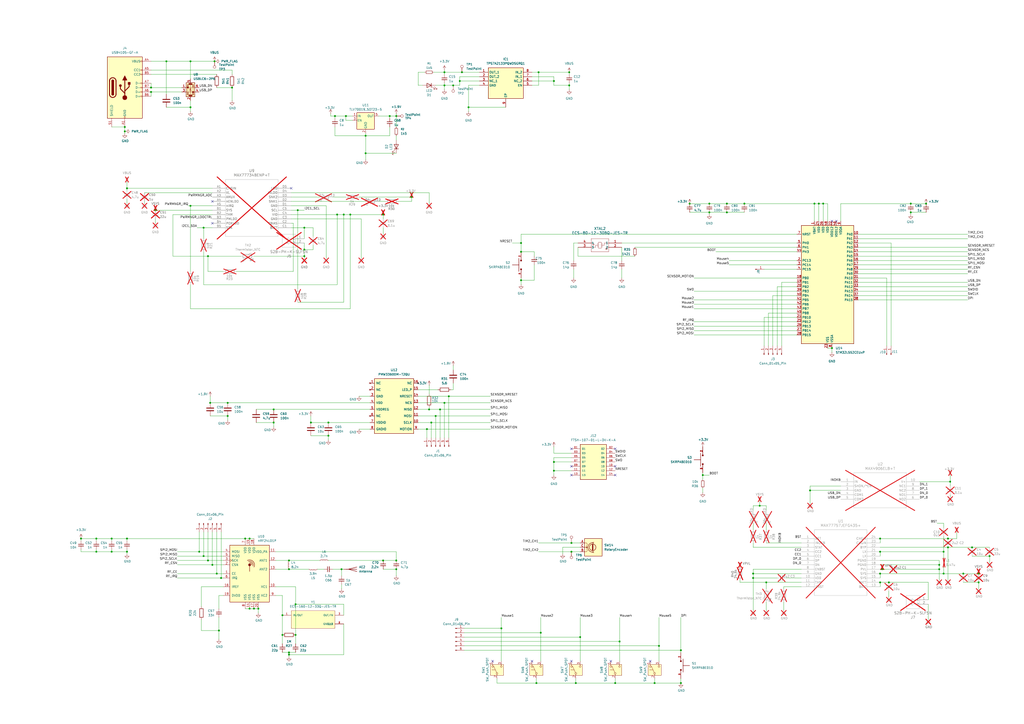
<source format=kicad_sch>
(kicad_sch (version 20250114) (generator "eeschema") (generator_version "9.0")
  (paper "A2")
  (title_block (title "SUBSPACE") (date "2025-06-18") (rev "V0.1") (company "MODulo Development"))
  (lib_symbols
    (symbol "Connector:Conn_01x01_Pin" (pin_names (offset 1.016) (hide yes))
      (property "Reference" "J" (at 0 2.54 0))
      (property "Value" "Conn_01x01_Pin" (at 0 -2.54 0))
      (symbol "Conn_01x01_Pin_1_1"
        (pin passive line (at 5.08 0 180) (length 3.81) (name "Pin_1") (number "1"))
      )
    )
    (symbol "Connector:Conn_01x05_Pin" (pin_names (offset 1.016) (hide yes))
      (property "Reference" "J" (at 0 7.62 0))
      (property "Value" "Conn_01x05_Pin" (at 0 -7.62 0))
      (symbol "Conn_01x05_Pin_1_1"
        (pin passive line (at 5.08 5.08 180) (length 3.81) (name "Pin_1") (number "1"))
        (pin passive line (at 5.08 2.54 180) (length 3.81) (name "Pin_2") (number "2"))
        (pin passive line (at 5.08 0 180) (length 3.81) (name "Pin_3") (number "3"))
        (pin passive line (at 5.08 -2.54 180) (length 3.81) (name "Pin_4") (number "4"))
        (pin passive line (at 5.08 -5.08 180) (length 3.81) (name "Pin_5") (number "5"))
      )
    )
    (symbol "Connector:Conn_01x06_Pin" (pin_names (offset 1.016) (hide yes))
      (property "Reference" "J" (at 0 7.62 0))
      (property "Value" "Conn_01x06_Pin" (at 0 -10.16 0))
      (symbol "Conn_01x06_Pin_1_1"
        (pin passive line (at 5.08 5.08 180) (length 3.81) (name "Pin_1") (number "1"))
        (pin passive line (at 5.08 2.54 180) (length 3.81) (name "Pin_2") (number "2"))
        (pin passive line (at 5.08 0 180) (length 3.81) (name "Pin_3") (number "3"))
        (pin passive line (at 5.08 -2.54 180) (length 3.81) (name "Pin_4") (number "4"))
        (pin passive line (at 5.08 -5.08 180) (length 3.81) (name "Pin_5") (number "5"))
        (pin passive line (at 5.08 -7.62 180) (length 3.81) (name "Pin_6") (number "6"))
      )
    )
    (symbol "Connector:TestPoint" (pin_numbers (hide yes)) (pin_names (offset 0.762) (hide yes))
      (property "Reference" "TP" (at 0 6.858 0))
      (property "Value" "TestPoint" (at 0 5.08 0))
      (symbol "TestPoint_1_1"
        (pin passive line (at 0 0 90) (length 2.54) (name "1") (number "1"))
      )
    )
    (symbol "Connector:USB_C_Receptacle_USB2.0_14P" (pin_names (offset 1.016))
      (property "Reference" "J" (at 0 22.225 0))
      (property "Value" "USB_C_Receptacle_USB2.0_14P" (at 0 19.685 0))
      (symbol "USB_C_Receptacle_USB2.0_14P_1_1"
        (pin passive line (at -7.62 -22.86 90) (length 5.08) (name "SHIELD") (number "S1"))
        (pin passive line (at 0 -22.86 90) (length 5.08) (name "GND") (number "A1"))
        (pin passive line (at 0 -22.86 90) (length 5.08) (hide yes) (name "GND") (number "A12"))
        (pin passive line (at 0 -22.86 90) (length 5.08) (hide yes) (name "GND") (number "B1"))
        (pin passive line (at 0 -22.86 90) (length 5.08) (hide yes) (name "GND") (number "B12"))
        (pin passive line (at 15.24 15.24 180) (length 5.08) (name "VBUS") (number "A4"))
        (pin passive line (at 15.24 15.24 180) (length 5.08) (hide yes) (name "VBUS") (number "A9"))
        (pin passive line (at 15.24 15.24 180) (length 5.08) (hide yes) (name "VBUS") (number "B4"))
        (pin passive line (at 15.24 15.24 180) (length 5.08) (hide yes) (name "VBUS") (number "B9"))
        (pin bidirectional line (at 15.24 10.16 180) (length 5.08) (name "CC1") (number "A5"))
        (pin bidirectional line (at 15.24 7.62 180) (length 5.08) (name "CC2") (number "B5"))
        (pin bidirectional line (at 15.24 2.54 180) (length 5.08) (name "D-") (number "A7"))
        (pin bidirectional line (at 15.24 0 180) (length 5.08) (name "D-") (number "B7"))
        (pin bidirectional line (at 15.24 -2.54 180) (length 5.08) (name "D+") (number "A6"))
        (pin bidirectional line (at 15.24 -5.08 180) (length 5.08) (name "D+") (number "B6"))
      )
    )
    (symbol "Device:Antenna" (pin_numbers (hide yes)) (pin_names (offset 1.016) (hide yes))
      (property "Reference" "AE" (at -1.905 1.905 0))
      (property "Value" "Antenna" (at -1.905 0 0))
      (symbol "Antenna_1_1"
        (pin input line (at 0 -5.08 90) (length 2.54) (name "A") (number "1"))
      )
    )
    (symbol "Device:C" (pin_numbers (hide yes)) (pin_names (offset 0.254))
      (property "Reference" "C" (at 0.635 2.54 0))
      (property "Value" "C" (at 0.635 -2.54 0))
      (symbol "C_1_1"
        (pin passive line (at 0 3.81 270) (length 2.794) (name "~") (number "1"))
        (pin passive line (at 0 -3.81 90) (length 2.794) (name "~") (number "2"))
      )
    )
    (symbol "Device:C_Small" (pin_numbers (hide yes)) (pin_names (offset 0.254) (hide yes))
      (property "Reference" "C" (at 0.254 1.778 0))
      (property "Value" "C_Small" (at 0.254 -2.032 0))
      (symbol "C_Small_1_1"
        (pin passive line (at 0 2.54 270) (length 2.032) (name "~") (number "1"))
        (pin passive line (at 0 -2.54 90) (length 2.032) (name "~") (number "2"))
      )
    )
    (symbol "Device:LED" (pin_numbers (hide yes)) (pin_names (offset 1.016) (hide yes))
      (property "Reference" "D" (at 0 2.54 0))
      (property "Value" "LED" (at 0 -2.54 0))
      (symbol "LED_1_1"
        (pin passive line (at -3.81 0 0) (length 2.54) (name "K") (number "1"))
        (pin passive line (at 3.81 0 180) (length 2.54) (name "A") (number "2"))
      )
    )
    (symbol "Device:L_Small" (pin_numbers (hide yes)) (pin_names (offset 0.254) (hide yes))
      (property "Reference" "L" (at 0.762 1.016 0))
      (property "Value" "L_Small" (at 0.762 -1.016 0))
      (symbol "L_Small_1_1"
        (pin passive line (at 0 2.54 270) (length 0.508) (name "~") (number "1"))
        (pin passive line (at 0 -2.54 90) (length 0.508) (name "~") (number "2"))
      )
    )
    (symbol "Device:R" (pin_numbers (hide yes)) (pin_names (offset 0))
      (property "Reference" "R" (at 2.032 0 90))
      (property "Value" "R" (at 0 0 90))
      (symbol "R_1_1"
        (pin passive line (at 0 3.81 270) (length 1.27) (name "~") (number "1"))
        (pin passive line (at 0 -3.81 90) (length 1.27) (name "~") (number "2"))
      )
    )
    (symbol "Device:R_Small" (pin_numbers (hide yes)) (pin_names (offset 0.254) (hide yes))
      (property "Reference" "R" (at 0.762 0.508 0))
      (property "Value" "R_Small" (at 0.762 -1.016 0))
      (symbol "R_Small_1_1"
        (pin passive line (at 0 2.54 270) (length 0.762) (name "~") (number "1"))
        (pin passive line (at 0 -2.54 90) (length 0.762) (name "~") (number "2"))
      )
    )
    (symbol "Device:RotaryEncoder" (pin_names (offset 0.254) (hide yes))
      (property "Reference" "SW" (at 0 6.604 0))
      (property "Value" "RotaryEncoder" (at 0 -6.604 0))
      (symbol "RotaryEncoder_1_1"
        (pin passive line (at -7.62 2.54 0) (length 2.54) (name "A") (number "A"))
        (pin passive line (at -7.62 0 0) (length 2.54) (name "C") (number "C"))
        (pin passive line (at -7.62 -2.54 0) (length 2.54) (name "B") (number "B"))
      )
    )
    (symbol "Device:Thermistor_NTC" (pin_numbers (hide yes)) (pin_names (offset 0))
      (property "Reference" "TH" (at -4.445 0 90))
      (property "Value" "Thermistor_NTC" (at 3.175 0 90))
      (symbol "Thermistor_NTC_1_1"
        (pin passive line (at 0 3.81 270) (length 1.27) (name "~") (number "1"))
        (pin passive line (at 0 -3.81 90) (length 1.27) (name "~") (number "2"))
      )
    )
    (symbol "ECS-160-12-33Q-JES-TR:ECS-160-12-33Q-JES-TR" (pin_names (offset 1.016))
      (property "Reference" "Y" (at -12.7278 5.0911 0))
      (property "Value" "ECS-160-12-33Q-JES-TR" (at -12.7198 -7.6319 0))
      (symbol "ECS-160-12-33Q-JES-TR_0_0"
        (pin bidirectional line (at -17.78 2.54 0) (length 5.08) (name "IN/OUT") (number "1"))
        (pin bidirectional line (at 17.78 2.54 180) (length 5.08) (name "OUT/IN") (number "3"))
        (pin power_in line (at 17.78 -2.54 180) (length 5.08) (name "GND") (number "2"))
        (pin power_in line (at 17.78 -2.54 180) (length 5.08) (name "GND__1") (number "4"))
      )
    )
    (symbol "ECS-80-12-30BQ-JES-TR:ECS-80-12-30BQ-JES-TR" (pin_names (offset 0.254))
      (property "Reference" "XTAL" (at 12.7 7.62 0))
      (property "Value" "ECS-80-12-30BQ-JES-TR" (at 12.7 5.08 0))
      (symbol "ECS-80-12-30BQ-JES-TR_0_1"
        (pin output line (at 0 0 0) (length 7.62) (name "1") (number "1"))
        (pin power_out line (at 0 -2.54 0) (length 7.62) (name "2") (number "2"))
        (pin power_out line (at 25.4 0 180) (length 7.62) (name "4") (number "4"))
        (pin output line (at 25.4 -2.54 180) (length 7.62) (name "3") (number "3"))
      )
    )
    (symbol "FTSH-107-01-L-DV-K-A:FTSH-107-01-L-DV-K-A" (pin_names (offset 1.016))
      (property "Reference" "J" (at -7.62 10.16 0))
      (property "Value" "FTSH-107-01-L-DV-K-A" (at -7.62 -12.7 0))
      (symbol "FTSH-107-01-L-DV-K-A_0_0"
        (pin passive line (at -12.7 7.62 0) (length 5.08) (name "01") (number "01"))
        (pin passive line (at -12.7 5.08 0) (length 5.08) (name "03") (number "03"))
        (pin passive line (at -12.7 2.54 0) (length 5.08) (name "05") (number "05"))
        (pin passive line (at -12.7 0 0) (length 5.08) (name "07") (number "07"))
        (pin passive line (at -12.7 -2.54 0) (length 5.08) (name "09") (number "09"))
        (pin passive line (at -12.7 -5.08 0) (length 5.08) (name "11") (number "11"))
        (pin passive line (at -12.7 -7.62 0) (length 5.08) (name "13") (number "13"))
        (pin passive line (at 12.7 7.62 180) (length 5.08) (name "02") (number "02"))
        (pin passive line (at 12.7 5.08 180) (length 5.08) (name "04") (number "04"))
        (pin passive line (at 12.7 2.54 180) (length 5.08) (name "06") (number "06"))
        (pin passive line (at 12.7 0 180) (length 5.08) (name "08") (number "08"))
        (pin passive line (at 12.7 -2.54 180) (length 5.08) (name "10") (number "10"))
        (pin passive line (at 12.7 -5.08 180) (length 5.08) (name "12") (number "12"))
        (pin passive line (at 12.7 -7.62 180) (length 5.08) (name "14") (number "14"))
      )
    )
    (symbol "LED_1" (pin_numbers (hide yes)) (pin_names (offset 1.016) (hide yes))
      (property "Reference" "D" (at 0 2.54 0))
      (property "Value" "LED" (at 0 -2.54 0))
      (symbol "LED_1_1_1"
        (pin passive line (at -3.81 0 0) (length 2.54) (name "K") (number "1"))
        (pin passive line (at 3.81 0 180) (length 2.54) (name "A") (number "2"))
      )
    )
    (symbol "MAX4906ELB_T:MAX4906ELB+T" (pin_names (offset 0.254))
      (property "Reference" "U" (at 22.86 10.16 0))
      (property "Value" "MAX4906ELB+T" (at 22.86 7.62 0))
      (symbol "MAX4906ELB+T_0_1"
        (pin input line (at 0 0 0) (length 7.62) (name "IN") (number "1"))
        (pin input line (at 0 -2.54 0) (length 7.62) (name "SHDN/*EN") (number "2"))
        (pin power_in line (at 0 -5.08 0) (length 7.62) (name "GND") (number "3"))
        (pin unspecified line (at 0 -7.62 0) (length 7.62) (name "COM1") (number "4"))
        (pin unspecified line (at 0 -10.16 0) (length 7.62) (name "COM2") (number "5"))
        (pin power_in line (at 45.72 0 180) (length 7.62) (name "V+") (number "10"))
        (pin unspecified line (at 45.72 -2.54 180) (length 7.62) (name "NC1") (number "9"))
        (pin unspecified line (at 45.72 -5.08 180) (length 7.62) (name "NC2") (number "8"))
        (pin unspecified line (at 45.72 -7.62 180) (length 7.62) (name "NO1") (number "7"))
        (pin unspecified line (at 45.72 -10.16 180) (length 7.62) (name "NO2") (number "6"))
      )
    )
    (symbol "MAX77734BENP_T:MAX77734BENP+T" (pin_names (offset 0.254))
      (property "Reference" "U" (at 22.86 10.16 0))
      (property "Value" "MAX77734BENP+T" (at 22.86 7.62 0))
      (symbol "MAX77734BENP+T_0_1"
        (pin unspecified line (at 0 0 0) (length 7.62) (name "CHGIN") (number "A1"))
        (pin unspecified line (at 0 -2.54 0) (length 7.62) (name "VL") (number "A2"))
        (pin unspecified line (at 0 -5.08 0) (length 7.62) (name "AMUX") (number "A3"))
        (pin unspecified line (at 0 -7.62 0) (length 7.62) (name "nENLDO") (number "A4"))
        (pin unspecified line (at 0 -10.16 0) (length 7.62) (name "nIRQ") (number "A5"))
        (pin unspecified line (at 0 -12.7 0) (length 7.62) (name "SYS") (number "B1"))
        (pin unspecified line (at 0 -15.24 0) (length 7.62) (name "THM") (number "B2"))
        (pin unspecified line (at 0 -17.78 0) (length 7.62) (name "PMLDO") (number "B3"))
        (pin unspecified line (at 0 -20.32 0) (length 7.62) (name "POKLDO") (number "B4"))
        (pin unspecified line (at 0 -22.86 0) (length 7.62) (name "SDA") (number "B5"))
        (pin unspecified line (at 45.72 0 180) (length 7.62) (name "LDO") (number "D5"))
        (pin unspecified line (at 45.72 -2.54 180) (length 7.62) (name "INLDO") (number "D4"))
        (pin bidirectional line (at 45.72 -5.08 180) (length 7.62) (name "SNK2") (number "D3"))
        (pin bidirectional line (at 45.72 -7.62 180) (length 7.62) (name "SNK1") (number "D2"))
        (pin power_out line (at 45.72 -10.16 180) (length 7.62) (name "GND") (number "D1"))
        (pin unspecified line (at 45.72 -12.7 180) (length 7.62) (name "SCL") (number "C5"))
        (pin unspecified line (at 45.72 -15.24 180) (length 7.62) (name "VIO") (number "C4"))
        (pin power_out line (at 45.72 -17.78 180) (length 7.62) (name "GND") (number "C3"))
        (pin unspecified line (at 45.72 -20.32 180) (length 7.62) (name "TBIAS") (number "C2"))
        (pin unspecified line (at 45.72 -22.86 180) (length 7.62) (name "BATT") (number "C1"))
      )
    )
    (symbol "MAX77757JEFG435:MAX77757JEFG435+" (pin_names (offset 0.254))
      (property "Reference" "U" (at 22.86 10.16 0))
      (property "Value" "MAX77757JEFG435+" (at 22.86 7.62 0))
      (symbol "MAX77757JEFG435+_0_1"
        (pin unspecified line (at 0 0 0) (length 7.62) (name "BST") (number "1"))
        (pin bidirectional line (at 0 -2.54 0) (length 7.62) (name "INOKB") (number "2"))
        (pin output line (at 0 -5.08 0) (length 7.62) (name "STAT") (number "3"))
        (pin unspecified line (at 0 -7.62 0) (length 7.62) (name "CC2") (number "4"))
        (pin unspecified line (at 0 -10.16 0) (length 7.62) (name "CC1") (number "5"))
        (pin output line (at 0 -12.7 0) (length 7.62) (name "DP") (number "6"))
        (pin output line (at 0 -15.24 0) (length 7.62) (name "DN") (number "7"))
        (pin input line (at 0 -17.78 0) (length 7.62) (name "ENBST") (number "8"))
        (pin power_in line (at 0 -20.32 0) (length 7.62) (name "GND") (number "9"))
        (pin output line (at 0 -22.86 0) (length 7.62) (name "VDD") (number "10"))
        (pin unspecified line (at 0 -25.4 0) (length 7.62) (name "THM") (number "11"))
        (pin unspecified line (at 0 -27.94 0) (length 7.62) (name "IFAST") (number "12"))
        (pin input line (at 45.72 0 180) (length 7.62) (name "CHGIN") (number "24"))
        (pin input line (at 45.72 -2.54 180) (length 7.62) (name "CHGIN") (number "23"))
        (pin output line (at 45.72 -5.08 180) (length 7.62) (name "BYP") (number "22"))
        (pin unspecified line (at 45.72 -7.62 180) (length 7.62) (name "LX") (number "21"))
        (pin unspecified line (at 45.72 -10.16 180) (length 7.62) (name "LX") (number "20"))
        (pin power_in line (at 45.72 -12.7 180) (length 7.62) (name "PGND") (number "19"))
        (pin power_in line (at 45.72 -15.24 180) (length 7.62) (name "PGND") (number "18"))
        (pin output line (at 45.72 -17.78 180) (length 7.62) (name "PVL") (number "17"))
        (pin unspecified line (at 45.72 -20.32 180) (length 7.62) (name "SYS") (number "16"))
        (pin unspecified line (at 45.72 -22.86 180) (length 7.62) (name "SYS") (number "15"))
        (pin unspecified line (at 45.72 -25.4 180) (length 7.62) (name "BATT") (number "14"))
        (pin unspecified line (at 45.72 -27.94 180) (length 7.62) (name "BATT") (number "13"))
      )
    )
    (symbol "MCU_ST_STM32L5:STM32L552CEUxP"
      (property "Reference" "U" (at -15.24 36.83 0))
      (property "Value" "STM32L552CEUxP" (at 10.16 36.83 0))
      (symbol "STM32L552CEUxP_1_1"
        (pin input line (at -17.78 30.48 0) (length 2.54) (name "NRST") (number "7"))
        (pin bidirectional line (at -17.78 25.4 0) (length 2.54) (name "PH0") (number "5"))
        (pin bidirectional line (at -17.78 22.86 0) (length 2.54) (name "PH1") (number "6"))
        (pin bidirectional line (at -17.78 20.32 0) (length 2.54) (name "PH3") (number "44"))
        (pin bidirectional line (at -17.78 15.24 0) (length 2.54) (name "PC13") (number "2"))
        (pin bidirectional line (at -17.78 12.7 0) (length 2.54) (name "PC14") (number "3"))
        (pin bidirectional line (at -17.78 10.16 0) (length 2.54) (name "PC15") (number "4"))
        (pin bidirectional line (at -17.78 5.08 0) (length 2.54) (name "PB0") (number "18"))
        (pin bidirectional line (at -17.78 2.54 0) (length 2.54) (name "PB1") (number "19"))
        (pin bidirectional line (at -17.78 0 0) (length 2.54) (name "PB2") (number "20"))
        (pin bidirectional line (at -17.78 -2.54 0) (length 2.54) (name "PB3") (number "39"))
        (pin bidirectional line (at -17.78 -5.08 0) (length 2.54) (name "PB4") (number "40"))
        (pin bidirectional line (at -17.78 -7.62 0) (length 2.54) (name "PB5") (number "41"))
        (pin bidirectional line (at -17.78 -10.16 0) (length 2.54) (name "PB6") (number "42"))
        (pin bidirectional line (at -17.78 -12.7 0) (length 2.54) (name "PB7") (number "43"))
        (pin bidirectional line (at -17.78 -15.24 0) (length 2.54) (name "PB8") (number "45"))
        (pin bidirectional line (at -17.78 -17.78 0) (length 2.54) (name "PB10") (number "21"))
        (pin bidirectional line (at -17.78 -20.32 0) (length 2.54) (name "PB12") (number "25"))
        (pin bidirectional line (at -17.78 -22.86 0) (length 2.54) (name "PB13") (number "26"))
        (pin bidirectional line (at -17.78 -25.4 0) (length 2.54) (name "PB14") (number "27"))
        (pin bidirectional line (at -17.78 -27.94 0) (length 2.54) (name "PB15") (number "28"))
        (pin power_in line (at -7.62 38.1 270) (length 2.54) (name "VBAT") (number "1"))
        (pin power_in line (at -5.08 38.1 270) (length 2.54) (name "VDD") (number "24"))
        (pin power_in line (at -2.54 38.1 270) (length 2.54) (name "VDD") (number "36"))
        (pin power_in line (at 0 38.1 270) (length 2.54) (name "VDD") (number "48"))
        (pin power_in line (at 0 -35.56 90) (length 2.54) (name "VSS") (number "23"))
        (pin passive line (at 0 -35.56 90) (length 2.54) (hide yes) (name "VSS") (number "35"))
        (pin passive line (at 0 -35.56 90) (length 2.54) (hide yes) (name "VSS") (number "47"))
        (pin passive line (at 0 -35.56 90) (length 2.54) (hide yes) (name "VSS") (number "49"))
        (pin power_in line (at 2.54 38.1 270) (length 2.54) (name "VDD12") (number "22"))
        (pin power_in line (at 2.54 -35.56 90) (length 2.54) (name "VSSA") (number "8"))
        (pin power_in line (at 5.08 38.1 270) (length 2.54) (name "VDD12") (number "46"))
        (pin power_in line (at 7.62 38.1 270) (length 2.54) (name "VDDA") (number "9"))
        (pin bidirectional line (at 17.78 30.48 180) (length 2.54) (name "PA0") (number "10"))
        (pin bidirectional line (at 17.78 27.94 180) (length 2.54) (name "PA1") (number "11"))
        (pin bidirectional line (at 17.78 25.4 180) (length 2.54) (name "PA2") (number "12"))
        (pin bidirectional line (at 17.78 22.86 180) (length 2.54) (name "PA3") (number "13"))
        (pin bidirectional line (at 17.78 20.32 180) (length 2.54) (name "PA4") (number "14"))
        (pin bidirectional line (at 17.78 17.78 180) (length 2.54) (name "PA5") (number "15"))
        (pin bidirectional line (at 17.78 15.24 180) (length 2.54) (name "PA6") (number "16"))
        (pin bidirectional line (at 17.78 12.7 180) (length 2.54) (name "PA7") (number "17"))
        (pin bidirectional line (at 17.78 10.16 180) (length 2.54) (name "PA8") (number "29"))
        (pin bidirectional line (at 17.78 7.62 180) (length 2.54) (name "PA9") (number "30"))
        (pin bidirectional line (at 17.78 5.08 180) (length 2.54) (name "PA10") (number "31"))
        (pin bidirectional line (at 17.78 2.54 180) (length 2.54) (name "PA11") (number "32"))
        (pin bidirectional line (at 17.78 0 180) (length 2.54) (name "PA12") (number "33"))
        (pin bidirectional line (at 17.78 -2.54 180) (length 2.54) (name "PA13") (number "34"))
        (pin bidirectional line (at 17.78 -5.08 180) (length 2.54) (name "PA14") (number "37"))
        (pin bidirectional line (at 17.78 -7.62 180) (length 2.54) (name "PA15") (number "38"))
      )
    )
    (symbol "PMW3360DM-T2QU:PMW3360DM-T2QU" (pin_names (offset 1.016))
      (property "Reference" "U3" (at -1.27 17.78 0))
      (property "Value" "PMW3360DM-T2QU" (at -1.27 15.24 0))
      (symbol "PMW3360DM-T2QU_1_1"
        (pin no_connect line (at -15.24 10.16 0) (length 2.54) (name "NC") (number "1"))
        (pin no_connect line (at -15.24 6.35 0) (length 2.54) (name "NC") (number "2"))
        (pin input line (at -15.24 2.54 0) (length 2.54) (name "GND") (number "3"))
        (pin input line (at -15.24 -1.27 0) (length 2.54) (name "VDD") (number "4"))
        (pin input line (at -15.24 -5.08 0) (length 2.54) (name "VDDREG") (number "5"))
        (pin no_connect line (at -15.24 -8.89 0) (length 2.54) (name "NC") (number "6"))
        (pin input line (at -15.24 -12.7 0) (length 2.54) (name "VDDIO") (number "7"))
        (pin input line (at -15.24 -16.51 0) (length 2.54) (name "GNDIO") (number "8"))
        (pin no_connect line (at 12.7 10.16 180) (length 2.54) (name "NC") (number "16"))
        (pin input line (at 12.7 6.35 180) (length 2.54) (name "LED_P") (number "15"))
        (pin input line (at 12.7 2.54 180) (length 2.54) (name "NRESET") (number "14"))
        (pin input line (at 12.7 -1.27 180) (length 2.54) (name "NCS") (number "13"))
        (pin input line (at 12.7 -5.08 180) (length 2.54) (name "MISO") (number "12"))
        (pin input line (at 12.7 -8.89 180) (length 2.54) (name "MOSI") (number "11"))
        (pin input line (at 12.7 -12.7 180) (length 2.54) (name "SCLK") (number "10"))
        (pin input line (at 12.7 -16.51 180) (length 2.54) (name "MOTION") (number "9"))
      )
    )
    (symbol "Power_Protection:USBLC6-2P6" (pin_names (hide yes))
      (property "Reference" "U" (at 0.635 5.715 0))
      (property "Value" "USBLC6-2P6" (at 0.635 3.81 0))
      (symbol "USBLC6-2P6_1_1"
        (pin passive line (at -5.08 0 0) (length 2.54) (name "I/O1") (number "1"))
        (pin passive line (at -5.08 -2.54 0) (length 2.54) (name "I/O2") (number "3"))
        (pin passive line (at 0 5.08 270) (length 2.54) (name "VBUS") (number "5"))
        (pin passive line (at 0 -7.62 90) (length 2.54) (name "GND") (number "2"))
        (pin passive line (at 5.08 0 180) (length 2.54) (name "I/O1") (number "6"))
        (pin passive line (at 5.08 -2.54 180) (length 2.54) (name "I/O2") (number "4"))
      )
    )
    (symbol "RF:nRF24L01P" (pin_names (offset 1.016))
      (property "Reference" "U" (at -11.43 17.78 0))
      (property "Value" "nRF24L01P" (at 5.08 17.78 0))
      (symbol "nRF24L01P_1_1"
        (pin input line (at -15.24 12.7 0) (length 3.81) (name "MOSI") (number "4"))
        (pin output line (at -15.24 10.16 0) (length 3.81) (name "MISO") (number "5"))
        (pin input clock (at -15.24 7.62 0) (length 3.81) (name "SCK") (number "3"))
        (pin input line (at -15.24 5.08 0) (length 3.81) (name "CSN") (number "2"))
        (pin input line (at -15.24 0 0) (length 3.81) (name "CE") (number "1"))
        (pin output line (at -15.24 -2.54 0) (length 3.81) (name "IRQ") (number "6"))
        (pin passive line (at -15.24 -7.62 0) (length 3.81) (name "IREF") (number "16"))
        (pin power_out line (at -15.24 -12.7 0) (length 3.81) (name "DVDD") (number "19"))
        (pin power_in line (at -2.54 20.32 270) (length 3.81) (name "VDD") (number "7"))
        (pin power_in line (at -2.54 -20.32 90) (length 3.81) (name "VSS") (number "8"))
        (pin power_in line (at 0 20.32 270) (length 3.81) (name "VDD") (number "15"))
        (pin power_in line (at 0 -20.32 90) (length 3.81) (name "VSS") (number "14"))
        (pin power_in line (at 2.54 20.32 270) (length 3.81) (name "VDD") (number "18"))
        (pin power_in line (at 2.54 -20.32 90) (length 3.81) (name "VSS") (number "17"))
        (pin power_in line (at 5.08 -20.32 90) (length 3.81) (name "VSS") (number "20"))
        (pin power_out line (at 15.24 12.7 180) (length 3.81) (name "VDD_PA") (number "11"))
        (pin passive line (at 15.24 7.62 180) (length 3.81) (name "ANT1") (number "12"))
        (pin passive line (at 15.24 2.54 180) (length 3.81) (name "ANT2") (number "13"))
        (pin passive line (at 15.24 -7.62 180) (length 3.81) (name "XC1") (number "10"))
        (pin passive line (at 15.24 -12.7 180) (length 3.81) (name "XC2") (number "9"))
      )
    )
    (symbol "R_Small_1" (pin_numbers (hide yes)) (pin_names (offset 0.254) (hide yes))
      (property "Reference" "R" (at 0 0 90))
      (property "Value" "R_Small" (at 1.778 0 90))
      (symbol "R_Small_1_1_1"
        (pin passive line (at 0 2.54 270) (length 0.762) (name "~") (number "1"))
        (pin passive line (at 0 -2.54 90) (length 0.762) (name "~") (number "2"))
      )
    )
    (symbol "Regulator_Linear:TLV70019_SOT23-5" (pin_names (offset 0.254))
      (property "Reference" "U" (at -3.81 5.715 0))
      (property "Value" "TLV70019_SOT23-5" (at 0 5.715 0))
      (symbol "TLV70019_SOT23-5_1_1"
        (pin power_in line (at -7.62 2.54 0) (length 2.54) (name "IN") (number "1"))
        (pin input line (at -7.62 0 0) (length 2.54) (name "EN") (number "3"))
        (pin power_in line (at 0 -7.62 90) (length 2.54) (name "GND") (number "2"))
        (pin no_connect line (at 5.08 0 180) (length 2.54) (hide yes) (name "NC") (number "4"))
        (pin power_out line (at 7.62 2.54 180) (length 2.54) (name "OUT") (number "5"))
      )
    )
    (symbol "S2B_PH_K_S_LF__SN_:S2B-PH-K-SLFSN" (pin_names (offset 0.254))
      (property "Reference" "J" (at 8.89 6.35 0))
      (property "Value" "S2B-PH-K-SLFSN" (at 0 0 0))
      (symbol "S2B-PH-K-SLFSN_1_1"
        (pin unspecified line (at 0 0 0) (length 5.08) (name "1") (number "1"))
        (pin unspecified line (at 0 -2.54 0) (length 5.08) (name "2") (number "2"))
      )
      (symbol "S2B-PH-K-SLFSN_1_2"
        (pin unspecified line (at 0 0 0) (length 5.08) (name "1") (number "1"))
        (pin unspecified line (at 0 -2.54 0) (length 5.08) (name "2") (number "2"))
      )
    )
    (symbol "SKRPABE010:SKRPABE010" (pin_names (offset 1.016))
      (property "Reference" "S" (at -5.08 6.35 0))
      (property "Value" "SKRPABE010" (at -5.08 -5.08 0))
      (symbol "SKRPABE010_0_0"
        (pin passive line (at -7.62 0 0) (length 5.08) (name "~") (number "1"))
        (pin passive line (at -7.62 0 0) (length 5.08) (name "~") (number "2"))
        (pin passive line (at 7.62 0 180) (length 5.08) (name "~") (number "3"))
        (pin passive line (at 7.62 0 180) (length 5.08) (name "~") (number "4"))
      )
    )
    (symbol "Switch:SW_Push_SPDT" (pin_names (offset 0) (hide yes))
      (property "Reference" "SW" (at 0 5.08 0))
      (property "Value" "SW_Push_SPDT" (at 0 -5.08 0))
      (symbol "SW_Push_SPDT_1_1"
        (pin passive line (at -5.08 0 0) (length 2.54) (name "B") (number "2"))
        (pin passive line (at 5.08 2.54 180) (length 2.54) (name "A") (number "1"))
        (pin passive line (at 5.08 -2.54 180) (length 2.54) (name "C") (number "3"))
      )
    )
    (symbol "TPS7A2133PQWDSGRQ1:TPS7A2133PQWDSGRQ1"
      (property "Reference" "IC" (at 26.67 7.62 0))
      (property "Value" "TPS7A2133PQWDSGRQ1" (at 26.67 5.08 0))
      (symbol "TPS7A2133PQWDSGRQ1_1_1"
        (pin passive line (at 0 0 0) (length 5.08) (name "OUT_1") (number "1"))
        (pin passive line (at 0 -2.54 0) (length 5.08) (name "OUT_2") (number "2"))
        (pin passive line (at 0 -5.08 0) (length 5.08) (name "NC_1") (number "3"))
        (pin passive line (at 0 -7.62 0) (length 5.08) (name "GND") (number "4"))
        (pin passive line (at 15.24 -20.32 90) (length 5.08) (name "EP") (number "9"))
        (pin passive line (at 30.48 0 180) (length 5.08) (name "IN_2") (number "8"))
        (pin passive line (at 30.48 -2.54 180) (length 5.08) (name "IN_1") (number "7"))
        (pin passive line (at 30.48 -5.08 180) (length 5.08) (name "NC_2") (number "6"))
        (pin passive line (at 30.48 -7.62 180) (length 5.08) (name "EN") (number "5"))
      )
    )
    (symbol "power:+3.3V" (power) (pin_numbers (hide yes)) (pin_names (offset 0) (hide yes))
      (property "Value" "+3.3V" (at 0 3.556 0))
      (symbol "+3.3V_1_1"
        (pin power_in line (at 0 0 90) (length 0) (name "~") (number "1"))
      )
    )
    (symbol "power:+5V" (power) (pin_numbers (hide yes)) (pin_names (offset 0) (hide yes))
      (property "Value" "+5V" (at 0 3.556 0))
      (symbol "+5V_1_1"
        (pin power_in line (at 0 0 90) (length 0) (name "~") (number "1"))
      )
    )
    (symbol "power:GND" (power) (pin_numbers (hide yes)) (pin_names (offset 0) (hide yes))
      (property "Value" "GND" (at 0 -3.81 0))
      (symbol "GND_1_1"
        (pin power_in line (at 0 0 270) (length 0) (name "~") (number "1"))
      )
    )
    (symbol "power:PWR_FLAG" (power) (pin_numbers (hide yes)) (pin_names (offset 0) (hide yes))
      (property "Value" "PWR_FLAG" (at 0 3.81 0))
      (symbol "PWR_FLAG_0_0"
        (pin power_out line (at 0 0 90) (length 0) (name "~") (number "1"))
      )
    )
    (symbol "power:VBUS" (power) (pin_numbers (hide yes)) (pin_names (offset 0) (hide yes))
      (property "Value" "VBUS" (at 0 3.556 0))
      (symbol "VBUS_1_1"
        (pin power_in line (at 0 0 90) (length 0) (name "~") (number "1"))
      )
    )
  )
  (junction (at 190.5 245.11))
  (junction (at 176.53 144.78))
  (junction (at 382.27 374.65))
  (junction (at 302.26 146.05))
  (junction (at 312.42 41.91))
  (junction (at 510.54 332.74))
  (junction (at 171.45 350.52))
  (junction (at 436.88 335.28))
  (junction (at 73.66 320.04))
  (junction (at 331.47 320.04))
  (junction (at 144.78 353.06))
  (junction (at 510.54 320.04))
  (junction (at 110.49 35.56))
  (junction (at 250.19 245.11))
  (junction (at 547.37 320.04))
  (junction (at 73.66 312.42))
  (junction (at 229.87 330.2))
  (junction (at 199.39 124.46))
  (junction (at 172.72 121.92))
  (junction (at 200.66 67.31))
  (junction (at 544.83 330.2))
  (junction (at 379.73 396.24))
  (junction (at 167.64 330.2))
  (junction (at 190.5 252.73))
  (junction (at 64.77 312.42))
  (junction (at 421.64 118.11))
  (junction (at 110.49 62.23))
  (junction (at 238.76 114.3))
  (junction (at 400.05 118.11))
  (junction (at 549.91 312.42))
  (junction (at 118.11 132.08))
  (junction (at 176.53 148.59))
  (junction (at 266.7 46.99))
  (junction (at 510.54 337.82))
  (junction (at 549.91 317.5))
  (junction (at 313.69 367.03))
  (junction (at 330.2 49.53))
  (junction (at 163.83 368.3))
  (junction (at 511.81 330.2))
  (junction (at 247.65 248.92))
  (junction (at 302.26 162.56))
  (junction (at 226.06 67.31))
  (junction (at 46.99 312.42))
  (junction (at 55.88 320.04))
  (junction (at 127 365.76))
  (junction (at 55.88 312.42))
  (junction (at 229.87 325.12))
  (junction (at 394.97 377.19))
  (junction (at 171.45 368.3))
  (junction (at 563.88 317.5))
  (junction (at 180.34 245.11))
  (junction (at 87.63 50.8))
  (junction (at 411.48 118.11))
  (junction (at 96.52 35.56))
  (junction (at 134.62 50.8))
  (junction (at 203.2 124.46))
  (junction (at 110.49 119.38))
  (junction (at 321.31 267.97))
  (junction (at 64.77 320.04))
  (junction (at 229.87 67.31))
  (junction (at 311.15 396.24))
  (junction (at 72.39 76.2))
  (junction (at 477.52 118.11))
  (junction (at 248.92 237.49))
  (junction (at 528.32 123.19))
  (junction (at 125.73 332.74))
  (junction (at 124.46 35.56))
  (junction (at 290.83 364.49))
  (junction (at 574.04 322.58))
  (junction (at 257.81 41.91))
  (junction (at 132.08 241.3))
  (junction (at 551.18 279.4))
  (junction (at 558.8 332.74))
  (junction (at 567.69 337.82))
  (junction (at 302.26 140.97))
  (junction (at 407.67 275.59))
  (junction (at 128.27 335.28))
  (junction (at 167.64 379.73))
  (junction (at 132.08 233.68))
  (junction (at 472.44 118.11))
  (junction (at 73.66 109.22))
  (junction (at 469.9 284.48))
  (junction (at 120.65 148.59))
  (junction (at 167.64 325.12))
  (junction (at 356.87 396.24))
  (junction (at 359.41 372.11))
  (junction (at 257.81 49.53))
  (junction (at 537.21 118.11))
  (junction (at 394.97 396.24))
  (junction (at 72.39 73.66))
  (junction (at 252.73 241.3))
  (junction (at 440.69 293.37))
  (junction (at 336.55 369.57))
  (junction (at 149.86 353.06))
  (junction (at 431.8 118.11))
  (junction (at 321.31 273.05))
  (junction (at 321.31 46.99))
  (junction (at 482.6 201.93))
  (junction (at 257.81 233.68))
  (junction (at 142.24 312.42))
  (junction (at 267.97 41.91))
  (junction (at 547.37 332.74))
  (junction (at 212.09 88.9))
  (junction (at 255.27 237.49))
  (junction (at 262.89 49.53))
  (junction (at 90.17 121.92))
  (junction (at 198.12 330.2))
  (junction (at 118.11 322.58))
  (junction (at 567.69 332.74))
  (junction (at 167.64 378.46))
  (junction (at 528.32 118.11))
  (junction (at 194.31 67.31))
  (junction (at 444.5 337.82))
  (junction (at 260.35 229.87))
  (junction (at 121.92 233.68))
  (junction (at 222.25 124.46))
  (junction (at 510.54 312.42))
  (junction (at 411.48 123.19))
  (junction (at 222.25 325.12))
  (junction (at 515.62 337.82))
  (junction (at 123.19 327.66))
  (junction (at 147.32 353.06))
  (junction (at 330.2 41.91))
  (junction (at 115.57 320.04))
  (junction (at 212.09 78.74))
  (junction (at 544.83 327.66))
  (junction (at 158.75 245.11))
  (junction (at 158.75 237.49))
  (junction (at 334.01 396.24))
  (junction (at 331.47 314.96))
  (junction (at 163.83 356.87))
  (junction (at 176.53 132.08))
  (junction (at 120.65 325.12))
  (junction (at 195.58 124.46))
  (junction (at 144.78 312.42))
  (junction (at 474.98 118.11))
  (junction (at 87.63 53.34))
  (junction (at 421.64 123.19))
  (junction (at 436.88 332.74))
  (junction (at 271.78 62.23))
  (no_connect (at 354.33 383.54))
  (no_connect (at 123.19 129.54))
  (no_connect (at 356.87 275.59))
  (no_connect (at 285.75 383.54))
  (no_connect (at 377.19 383.54))
  (no_connect (at 331.47 270.51))
  (no_connect (at 168.91 109.22))
  (no_connect (at 482.6 128.27))
  (no_connect (at 356.87 270.51))
  (no_connect (at 123.19 116.84))
  (no_connect (at 331.47 260.35))
  (no_connect (at 485.14 128.27))
  (no_connect (at 308.61 383.54))
  (no_connect (at 331.47 383.54))
  (no_connect (at 356.87 260.35))
  (no_connect (at 331.47 275.59))
  (wire (pts (xy 497.84 151.13) (xy 561.34 151.13)))
  (wire (pts (xy 563.88 317.5) (xy 574.04 317.5)))
  (wire (pts (xy 199.39 379.73) (xy 167.64 379.73)))
  (wire (pts (xy 127 365.76) (xy 116.84 365.76)))
  (wire (pts (xy 266.7 46.99) (xy 278.13 46.99)))
  (wire (pts (xy 497.84 135.89) (xy 561.34 135.89)))
  (wire (pts (xy 194.31 67.31) (xy 194.31 68.58)))
  (wire (pts (xy 558.8 332.74) (xy 567.69 332.74)))
  (wire (pts (xy 72.39 76.2) (xy 72.39 77.47)))
  (wire (pts (xy 335.28 148.59) (xy 368.3 148.59)))
  (wire (pts (xy 257.81 49.53) (xy 262.89 49.53)))
  (wire (pts (xy 379.73 393.7) (xy 379.73 396.24)))
  (wire (pts (xy 102.87 322.58) (xy 118.11 322.58)))
  (wire (pts (xy 336.55 369.57) (xy 336.55 383.54)))
  (wire (pts (xy 204.47 69.85) (xy 200.66 69.85)))
  (wire (pts (xy 176.53 140.97) (xy 176.53 144.78)))
  (wire (pts (xy 118.11 138.43) (xy 118.11 132.08)))
  (wire (pts (xy 168.91 116.84) (xy 212.09 116.84)))
  (wire (pts (xy 356.87 393.7) (xy 356.87 396.24)))
  (wire (pts (xy 55.88 320.04) (xy 64.77 320.04)))
  (wire (pts (xy 497.84 171.45) (xy 561.34 171.45)))
  (wire (pts (xy 454.66 349.25) (xy 454.66 354.33)))
  (wire (pts (xy 134.62 50.8) (xy 134.62 58.42)))
  (wire (pts (xy 436.88 293.37) (xy 436.88 295.91)))
  (wire (pts (xy 102.87 327.66) (xy 123.19 327.66)))
  (wire (pts (xy 269.24 377.19) (xy 394.97 377.19)))
  (wire (pts (xy 321.31 46.99) (xy 321.31 49.53)))
  (wire (pts (xy 450.85 166.37) (xy 450.85 200.66)))
  (wire (pts (xy 464.82 332.74) (xy 436.88 332.74)))
  (wire (pts (xy 480.06 118.11) (xy 477.52 118.11)))
  (wire (pts (xy 257.81 48.26) (xy 257.81 49.53)))
  (wire (pts (xy 431.8 118.11) (xy 421.64 118.11)))
  (wire (pts (xy 190.5 255.27) (xy 190.5 252.73)))
  (wire (pts (xy 450.85 166.37) (xy 462.28 166.37)))
  (wire (pts (xy 64.77 73.66) (xy 72.39 73.66)))
  (wire (pts (xy 551.18 279.4) (xy 533.4 279.4)))
  (wire (pts (xy 226.06 67.31) (xy 226.06 68.58)))
  (wire (pts (xy 436.88 330.2) (xy 436.88 332.74)))
  (wire (pts (xy 407.67 283.21) (xy 407.67 285.75)))
  (wire (pts (xy 158.75 245.11) (xy 158.75 247.65)))
  (wire (pts (xy 199.39 356.87) (xy 199.39 350.52)))
  (wire (pts (xy 554.99 308.61) (xy 554.99 312.42)))
  (wire (pts (xy 180.34 241.3) (xy 180.34 245.11)))
  (wire (pts (xy 400.05 123.19) (xy 411.48 123.19)))
  (wire (pts (xy 252.73 49.53) (xy 257.81 49.53)))
  (wire (pts (xy 129.54 340.36) (xy 116.84 340.36)))
  (wire (pts (xy 163.83 345.44) (xy 163.83 356.87)))
  (wire (pts (xy 214.63 248.92) (xy 208.28 248.92)))
  (wire (pts (xy 444.5 303.53) (xy 444.5 307.34)))
  (wire (pts (xy 334.01 396.24) (xy 356.87 396.24)))
  (wire (pts (xy 368.3 143.51) (xy 462.28 143.51)))
  (wire (pts (xy 487.68 281.94) (xy 469.9 281.94)))
  (wire (pts (xy 309.88 146.05) (xy 302.26 146.05)))
  (wire (pts (xy 193.04 114.3) (xy 200.66 114.3)))
  (wire (pts (xy 436.88 317.5) (xy 464.82 317.5)))
  (wire (pts (xy 520.7 330.2) (xy 544.83 330.2)))
  (wire (pts (xy 250.19 245.11) (xy 284.48 245.11)))
  (wire (pts (xy 144.78 312.42) (xy 147.32 312.42)))
  (wire (pts (xy 116.84 340.36) (xy 116.84 351.79)))
  (wire (pts (xy 193.04 330.2) (xy 198.12 330.2)))
  (wire (pts (xy 121.92 233.68) (xy 132.08 233.68)))
  (wire (pts (xy 262.89 226.06) (xy 262.89 222.25)))
  (wire (pts (xy 90.17 121.92) (xy 123.19 121.92)))
  (wire (pts (xy 297.18 140.97) (xy 302.26 140.97)))
  (wire (pts (xy 242.57 248.92) (xy 247.65 248.92)))
  (wire (pts (xy 125.73 332.74) (xy 129.54 332.74)))
  (wire (pts (xy 168.91 132.08) (xy 176.53 132.08)))
  (wire (pts (xy 331.47 265.43) (xy 321.31 265.43)))
  (wire (pts (xy 55.88 320.04) (xy 55.88 318.77)))
  (wire (pts (xy 181.61 142.24) (xy 181.61 144.78)))
  (wire (pts (xy 266.7 44.45) (xy 266.7 46.99)))
  (wire (pts (xy 163.83 368.3) (xy 163.83 373.38)))
  (wire (pts (xy 87.63 40.64) (xy 134.62 40.64)))
  (wire (pts (xy 444.5 337.82) (xy 444.5 341.63)))
  (wire (pts (xy 212.09 77.47) (xy 212.09 78.74)))
  (wire (pts (xy 436.88 335.28) (xy 450.85 335.28)))
  (wire (pts (xy 544.83 325.12) (xy 544.83 327.66)))
  (wire (pts (xy 402.59 191.77) (xy 462.28 191.77)))
  (wire (pts (xy 497.84 146.05) (xy 561.34 146.05)))
  (wire (pts (xy 271.78 49.53) (xy 271.78 62.23)))
  (wire (pts (xy 544.83 327.66) (xy 544.83 330.2)))
  (wire (pts (xy 250.19 245.11) (xy 250.19 254)))
  (wire (pts (xy 176.53 132.08) (xy 176.53 138.43)))
  (wire (pts (xy 127 365.76) (xy 127 370.84)))
  (wire (pts (xy 266.7 46.99) (xy 266.7 49.53)))
  (wire (pts (xy 308.61 49.53) (xy 312.42 49.53)))
  (wire (pts (xy 402.59 176.53) (xy 462.28 176.53)))
  (wire (pts (xy 547.37 328.93) (xy 547.37 332.74)))
  (wire (pts (xy 110.49 35.56) (xy 110.49 45.72)))
  (wire (pts (xy 551.18 275.59) (xy 551.18 279.4)))
  (wire (pts (xy 194.31 78.74) (xy 212.09 78.74)))
  (wire (pts (xy 547.37 311.15) (xy 547.37 320.04)))
  (wire (pts (xy 440.69 293.37) (xy 444.5 293.37)))
  (wire (pts (xy 514.35 200.66) (xy 514.35 161.29)))
  (wire (pts (xy 125.73 308.61) (xy 125.73 332.74)))
  (wire (pts (xy 487.68 284.48) (xy 469.9 284.48)))
  (wire (pts (xy 444.5 314.96) (xy 464.82 314.96)))
  (wire (pts (xy 171.45 368.3) (xy 171.45 373.38)))
  (wire (pts (xy 382.27 358.14) (xy 382.27 374.65)))
  (wire (pts (xy 515.62 342.9) (xy 515.62 346.71)))
  (wire (pts (xy 168.91 127) (xy 209.55 127)))
  (wire (pts (xy 167.64 378.46) (xy 167.64 379.73)))
  (wire (pts (xy 544.83 330.2) (xy 544.83 336.55)))
  (wire (pts (xy 269.24 372.11) (xy 359.41 372.11)))
  (wire (pts (xy 436.88 335.28) (xy 436.88 354.33)))
  (wire (pts (xy 510.54 337.82) (xy 515.62 337.82)))
  (wire (pts (xy 248.92 237.49) (xy 255.27 237.49)))
  (wire (pts (xy 497.84 156.21) (xy 561.34 156.21)))
  (wire (pts (xy 172.72 121.92) (xy 172.72 167.64)))
  (wire (pts (xy 302.26 161.29) (xy 302.26 162.56)))
  (wire (pts (xy 302.26 135.89) (xy 302.26 140.97)))
  (wire (pts (xy 199.39 361.95) (xy 199.39 379.73)))
  (wire (pts (xy 312.42 41.91) (xy 330.2 41.91)))
  (wire (pts (xy 120.65 308.61) (xy 120.65 325.12)))
  (wire (pts (xy 411.48 118.11) (xy 421.64 118.11)))
  (wire (pts (xy 335.28 140.97) (xy 332.74 140.97)))
  (wire (pts (xy 242.57 41.91) (xy 246.38 41.91)))
  (wire (pts (xy 440.69 290.83) (xy 440.69 293.37)))
  (wire (pts (xy 102.87 320.04) (xy 115.57 320.04)))
  (wire (pts (xy 214.63 233.68) (xy 132.08 233.68)))
  (wire (pts (xy 558.8 337.82) (xy 567.69 337.82)))
  (wire (pts (xy 219.71 67.31) (xy 226.06 67.31)))
  (wire (pts (xy 238.76 116.84) (xy 238.76 114.3)))
  (wire (pts (xy 422.91 153.67) (xy 462.28 153.67)))
  (wire (pts (xy 168.91 119.38) (xy 189.23 119.38)))
  (wire (pts (xy 73.66 115.57) (xy 73.66 118.11)))
  (wire (pts (xy 229.87 325.12) (xy 222.25 325.12)))
  (wire (pts (xy 46.99 313.69) (xy 46.99 312.42)))
  (wire (pts (xy 55.88 313.69) (xy 55.88 312.42)))
  (wire (pts (xy 212.09 88.9) (xy 212.09 92.71)))
  (wire (pts (xy 321.31 267.97) (xy 321.31 273.05)))
  (wire (pts (xy 167.64 325.12) (xy 185.42 325.12)))
  (wire (pts (xy 200.66 69.85) (xy 200.66 67.31)))
  (wire (pts (xy 64.77 313.69) (xy 64.77 312.42)))
  (wire (pts (xy 160.02 330.2) (xy 167.64 330.2)))
  (wire (pts (xy 229.87 67.31) (xy 229.87 73.66)))
  (wire (pts (xy 242.57 226.06) (xy 254 226.06)))
  (wire (pts (xy 163.83 378.46) (xy 167.64 378.46)))
  (wire (pts (xy 334.01 393.7) (xy 334.01 396.24)))
  (wire (pts (xy 497.84 138.43) (xy 561.34 138.43)))
  (wire (pts (xy 312.42 320.04) (xy 331.47 320.04)))
  (wire (pts (xy 168.91 124.46) (xy 195.58 124.46)))
  (wire (pts (xy 123.19 308.61) (xy 123.19 327.66)))
  (wire (pts (xy 212.09 88.9) (xy 229.87 88.9)))
  (wire (pts (xy 87.63 53.34) (xy 87.63 55.88)))
  (wire (pts (xy 128.27 308.61) (xy 128.27 335.28)))
  (wire (pts (xy 110.49 119.38) (xy 123.19 119.38)))
  (wire (pts (xy 72.39 73.66) (xy 72.39 76.2)))
  (wire (pts (xy 231.14 116.84) (xy 238.76 116.84)))
  (wire (pts (xy 120.65 157.48) (xy 120.65 148.59)))
  (wire (pts (xy 497.84 143.51) (xy 561.34 143.51)))
  (wire (pts (xy 407.67 278.13) (xy 407.67 275.59)))
  (wire (pts (xy 55.88 312.42) (xy 64.77 312.42)))
  (wire (pts (xy 308.61 41.91) (xy 312.42 41.91)))
  (wire (pts (xy 510.54 312.42) (xy 510.54 314.96)))
  (wire (pts (xy 262.89 49.53) (xy 266.7 49.53)))
  (wire (pts (xy 73.66 318.77) (xy 73.66 320.04)))
  (wire (pts (xy 497.84 158.75) (xy 561.34 158.75)))
  (wire (pts (xy 290.83 364.49) (xy 290.83 383.54)))
  (wire (pts (xy 96.52 62.23) (xy 110.49 62.23)))
  (wire (pts (xy 402.59 186.69) (xy 462.28 186.69)))
  (wire (pts (xy 454.66 341.63) (xy 454.66 340.36)))
  (wire (pts (xy 191.77 67.31) (xy 191.77 66.04)))
  (wire (pts (xy 511.81 330.2) (xy 510.54 330.2)))
  (wire (pts (xy 118.11 132.08) (xy 123.19 132.08)))
  (wire (pts (xy 110.49 165.1) (xy 110.49 179.07)))
  (wire (pts (xy 445.77 181.61) (xy 445.77 200.66)))
  (wire (pts (xy 443.23 184.15) (xy 462.28 184.15)))
  (wire (pts (xy 132.08 243.84) (xy 132.08 241.3)))
  (wire (pts (xy 120.65 325.12) (xy 129.54 325.12)))
  (wire (pts (xy 212.09 78.74) (xy 212.09 88.9)))
  (wire (pts (xy 480.06 128.27) (xy 480.06 118.11)))
  (wire (pts (xy 96.52 35.56) (xy 110.49 35.56)))
  (wire (pts (xy 528.32 118.11) (xy 537.21 118.11)))
  (wire (pts (xy 332.74 156.21) (xy 332.74 161.29)))
  (wire (pts (xy 422.91 151.13) (xy 462.28 151.13)))
  (wire (pts (xy 528.32 124.46) (xy 528.32 123.19)))
  (wire (pts (xy 445.77 181.61) (xy 462.28 181.61)))
  (wire (pts (xy 547.37 332.74) (xy 558.8 332.74)))
  (wire (pts (xy 198.12 330.2) (xy 199.39 330.2)))
  (wire (pts (xy 394.97 358.14) (xy 394.97 377.19)))
  (wire (pts (xy 252.73 241.3) (xy 284.48 241.3)))
  (wire (pts (xy 454.66 340.36) (xy 464.82 340.36)))
  (wire (pts (xy 260.35 229.87) (xy 260.35 254)))
  (wire (pts (xy 46.99 320.04) (xy 55.88 320.04)))
  (wire (pts (xy 247.65 248.92) (xy 284.48 248.92)))
  (wire (pts (xy 293.37 62.23) (xy 271.78 62.23)))
  (wire (pts (xy 242.57 245.11) (xy 250.19 245.11)))
  (wire (pts (xy 257.81 233.68) (xy 257.81 254)))
  (wire (pts (xy 330.2 48.26) (xy 330.2 49.53)))
  (wire (pts (xy 181.61 132.08) (xy 176.53 132.08)))
  (wire (pts (xy 195.58 165.1) (xy 195.58 124.46)))
  (wire (pts (xy 448.31 171.45) (xy 462.28 171.45)))
  (wire (pts (xy 469.9 284.48) (xy 469.9 292.1)))
  (wire (pts (xy 336.55 317.5) (xy 326.39 317.5)))
  (wire (pts (xy 411.48 123.19) (xy 411.48 124.46)))
  (wire (pts (xy 102.87 325.12) (xy 120.65 325.12)))
  (wire (pts (xy 115.57 308.61) (xy 115.57 320.04)))
  (wire (pts (xy 167.64 378.46) (xy 171.45 378.46)))
  (wire (pts (xy 326.39 317.5) (xy 326.39 321.31)))
  (wire (pts (xy 267.97 41.91) (xy 257.81 41.91)))
  (wire (pts (xy 497.84 161.29) (xy 514.35 161.29)))
  (wire (pts (xy 436.88 293.37) (xy 440.69 293.37)))
  (wire (pts (xy 538.48 350.52) (xy 538.48 359.41)))
  (wire (pts (xy 148.59 245.11) (xy 158.75 245.11)))
  (wire (pts (xy 176.53 121.92) (xy 172.72 121.92)))
  (wire (pts (xy 278.13 44.45) (xy 266.7 44.45)))
  (wire (pts (xy 199.39 124.46) (xy 203.2 124.46)))
  (wire (pts (xy 198.12 330.2) (xy 198.12 334.01)))
  (wire (pts (xy 160.02 320.04) (xy 229.87 320.04)))
  (wire (pts (xy 160.02 325.12) (xy 167.64 325.12)))
  (wire (pts (xy 87.63 53.34) (xy 105.41 53.34)))
  (wire (pts (xy 444.5 349.25) (xy 444.5 354.33)))
  (wire (pts (xy 118.11 322.58) (xy 129.54 322.58)))
  (wire (pts (xy 330.2 41.91) (xy 330.2 43.18)))
  (wire (pts (xy 497.84 140.97) (xy 516.89 140.97)))
  (wire (pts (xy 472.44 118.11) (xy 472.44 128.27)))
  (wire (pts (xy 198.12 339.09) (xy 198.12 341.63)))
  (wire (pts (xy 497.84 166.37) (xy 561.34 166.37)))
  (wire (pts (xy 229.87 67.31) (xy 229.87 66.04)))
  (wire (pts (xy 222.25 132.08) (xy 222.25 135.89)))
  (wire (pts (xy 73.66 110.49) (xy 73.66 109.22)))
  (wire (pts (xy 64.77 320.04) (xy 73.66 320.04)))
  (wire (pts (xy 170.18 129.54) (xy 170.18 157.48)))
  (wire (pts (xy 191.77 67.31) (xy 194.31 67.31)))
  (wire (pts (xy 142.24 353.06) (xy 144.78 353.06)))
  (wire (pts (xy 172.72 121.92) (xy 168.91 121.92)))
  (wire (pts (xy 100.33 148.59) (xy 100.33 124.46)))
  (wire (pts (xy 242.57 233.68) (xy 257.81 233.68)))
  (wire (pts (xy 321.31 273.05) (xy 331.47 273.05)))
  (wire (pts (xy 360.68 143.51) (xy 360.68 151.13)))
  (wire (pts (xy 453.39 163.83) (xy 462.28 163.83)))
  (wire (pts (xy 171.45 340.36) (xy 171.45 350.52)))
  (wire (pts (xy 171.45 350.52) (xy 199.39 350.52)))
  (wire (pts (xy 567.69 337.82) (xy 567.69 341.63)))
  (wire (pts (xy 123.19 327.66) (xy 129.54 327.66)))
  (wire (pts (xy 313.69 358.14) (xy 313.69 367.03)))
  (wire (pts (xy 321.31 49.53) (xy 330.2 49.53)))
  (wire (pts (xy 137.16 157.48) (xy 170.18 157.48)))
  (wire (pts (xy 543.56 303.53) (xy 547.37 303.53)))
  (wire (pts (xy 482.6 201.93) (xy 482.6 204.47)))
  (wire (pts (xy 109.22 119.38) (xy 110.49 119.38)))
  (wire (pts (xy 195.58 124.46) (xy 199.39 124.46)))
  (wire (pts (xy 448.31 171.45) (xy 448.31 200.66)))
  (wire (pts (xy 309.88 162.56) (xy 302.26 162.56)))
  (wire (pts (xy 180.34 245.11) (xy 190.5 245.11)))
  (wire (pts (xy 290.83 358.14) (xy 290.83 364.49)))
  (wire (pts (xy 222.25 330.2) (xy 229.87 330.2)))
  (wire (pts (xy 242.57 41.91) (xy 242.57 49.53)))
  (wire (pts (xy 226.06 78.74) (xy 212.09 78.74)))
  (wire (pts (xy 100.33 124.46) (xy 123.19 124.46)))
  (wire (pts (xy 510.54 325.12) (xy 544.83 325.12)))
  (wire (pts (xy 87.63 50.8) (xy 105.41 50.8)))
  (wire (pts (xy 497.84 153.67) (xy 561.34 153.67)))
  (wire (pts (xy 510.54 332.74) (xy 547.37 332.74)))
  (wire (pts (xy 73.66 312.42) (xy 142.24 312.42)))
  (wire (pts (xy 229.87 78.74) (xy 229.87 81.28)))
  (wire (pts (xy 436.88 314.96) (xy 436.88 317.5)))
  (wire (pts (xy 269.24 364.49) (xy 290.83 364.49)))
  (wire (pts (xy 110.49 58.42) (xy 110.49 62.23)))
  (wire (pts (xy 302.26 162.56) (xy 302.26 165.1)))
  (wire (pts (xy 462.28 135.89) (xy 302.26 135.89)))
  (wire (pts (xy 549.91 317.5) (xy 563.88 317.5)))
  (wire (pts (xy 242.57 241.3) (xy 252.73 241.3)))
  (wire (pts (xy 181.61 144.78) (xy 176.53 144.78)))
  (wire (pts (xy 118.11 146.05) (xy 118.11 165.1)))
  (wire (pts (xy 203.2 179.07) (xy 203.2 124.46)))
  (wire (pts (xy 510.54 312.42) (xy 549.91 312.42)))
  (wire (pts (xy 402.59 194.31) (xy 462.28 194.31)))
  (wire (pts (xy 262.89 212.09) (xy 262.89 214.63)))
  (wire (pts (xy 311.15 396.24) (xy 334.01 396.24)))
  (wire (pts (xy 257.81 41.91) (xy 257.81 43.18)))
  (wire (pts (xy 144.78 353.06) (xy 147.32 353.06)))
  (wire (pts (xy 443.23 184.15) (xy 443.23 200.66)))
  (wire (pts (xy 200.66 67.31) (xy 204.47 67.31)))
  (wire (pts (xy 415.29 146.05) (xy 462.28 146.05)))
  (wire (pts (xy 209.55 127) (xy 209.55 149.86)))
  (wire (pts (xy 129.54 345.44) (xy 127 345.44)))
  (wire (pts (xy 309.88 153.67) (xy 309.88 162.56)))
  (wire (pts (xy 359.41 358.14) (xy 359.41 372.11)))
  (wire (pts (xy 551.18 287.02) (xy 551.18 288.29)))
  (wire (pts (xy 149.86 353.06) (xy 147.32 353.06)))
  (wire (pts (xy 331.47 320.04) (xy 336.55 320.04)))
  (wire (pts (xy 321.31 259.08) (xy 321.31 262.89)))
  (wire (pts (xy 269.24 374.65) (xy 382.27 374.65)))
  (wire (pts (xy 257.81 233.68) (xy 284.48 233.68)))
  (wire (pts (xy 226.06 67.31) (xy 229.87 67.31)))
  (wire (pts (xy 379.73 396.24) (xy 394.97 396.24)))
  (wire (pts (xy 313.69 367.03) (xy 313.69 383.54)))
  (wire (pts (xy 261.62 226.06) (xy 262.89 226.06)))
  (wire (pts (xy 260.35 229.87) (xy 284.48 229.87)))
  (wire (pts (xy 335.28 143.51) (xy 335.28 148.59)))
  (wire (pts (xy 73.66 109.22) (xy 123.19 109.22)))
  (wire (pts (xy 229.87 320.04) (xy 229.87 325.12)))
  (wire (pts (xy 308.61 46.99) (xy 321.31 46.99)))
  (wire (pts (xy 436.88 303.53) (xy 436.88 307.34)))
  (wire (pts (xy 100.33 148.59) (xy 120.65 148.59)))
  (wire (pts (xy 73.66 105.41) (xy 73.66 109.22)))
  (wire (pts (xy 321.31 262.89) (xy 331.47 262.89)))
  (wire (pts (xy 248.92 236.22) (xy 248.92 237.49)))
  (wire (pts (xy 190.5 245.11) (xy 214.63 245.11)))
  (wire (pts (xy 121.92 229.87) (xy 121.92 233.68)))
  (wire (pts (xy 497.84 163.83) (xy 561.34 163.83)))
  (wire (pts (xy 171.45 350.52) (xy 171.45 368.3)))
  (wire (pts (xy 321.31 273.05) (xy 321.31 275.59)))
  (wire (pts (xy 163.83 356.87) (xy 163.83 368.3)))
  (wire (pts (xy 547.37 303.53) (xy 547.37 306.07)))
  (wire (pts (xy 168.91 114.3) (xy 185.42 114.3)))
  (wire (pts (xy 563.88 322.58) (xy 574.04 322.58)))
  (wire (pts (xy 158.75 237.49) (xy 214.63 237.49)))
  (wire (pts (xy 309.88 148.59) (xy 309.88 146.05)))
  (wire (pts (xy 87.63 50.8) (xy 87.63 48.26)))
  (wire (pts (xy 537.21 123.19) (xy 528.32 123.19)))
  (wire (pts (xy 516.89 200.66) (xy 516.89 140.97)))
  (wire (pts (xy 360.68 156.21) (xy 360.68 161.29)))
  (wire (pts (xy 149.86 353.06) (xy 149.86 355.6)))
  (wire (pts (xy 171.45 340.36) (xy 160.02 340.36)))
  (wire (pts (xy 110.49 179.07) (xy 203.2 179.07)))
  (wire (pts (xy 549.91 336.55) (xy 549.91 317.5)))
  (wire (pts (xy 477.52 118.11) (xy 474.98 118.11)))
  (wire (pts (xy 46.99 320.04) (xy 46.99 318.77)))
  (wire (pts (xy 203.2 124.46) (xy 222.25 124.46)))
  (wire (pts (xy 308.61 44.45) (xy 321.31 44.45)))
  (wire (pts (xy 356.87 396.24) (xy 379.73 396.24)))
  (wire (pts (xy 128.27 335.28) (xy 129.54 335.28)))
  (wire (pts (xy 242.57 229.87) (xy 260.35 229.87)))
  (wire (pts (xy 464.82 330.2) (xy 436.88 330.2)))
  (wire (pts (xy 321.31 267.97) (xy 331.47 267.97)))
  (wire (pts (xy 222.25 124.46) (xy 222.25 127)))
  (wire (pts (xy 87.63 35.56) (xy 96.52 35.56)))
  (wire (pts (xy 510.54 320.04) (xy 547.37 320.04)))
  (wire (pts (xy 336.55 358.14) (xy 336.55 369.57)))
  (wire (pts (xy 497.84 168.91) (xy 561.34 168.91)))
  (wire (pts (xy 83.82 111.76) (xy 123.19 111.76)))
  (wire (pts (xy 487.68 128.27) (xy 487.68 118.11)))
  (wire (pts (xy 176.53 144.78) (xy 176.53 148.59)))
  (wire (pts (xy 497.84 173.99) (xy 561.34 173.99)))
  (wire (pts (xy 407.67 275.59) (xy 407.67 274.32)))
  (wire (pts (xy 257.81 40.64) (xy 257.81 41.91)))
  (wire (pts (xy 330.2 49.53) (xy 330.2 52.07)))
  (wire (pts (xy 359.41 372.11) (xy 359.41 383.54)))
  (wire (pts (xy 229.87 330.2) (xy 229.87 334.01)))
  (wire (pts (xy 121.92 241.3) (xy 132.08 241.3)))
  (wire (pts (xy 510.54 337.82) (xy 510.54 340.36)))
  (wire (pts (xy 574.04 322.58) (xy 574.04 326.39)))
  (wire (pts (xy 554.99 312.42) (xy 549.91 312.42)))
  (wire (pts (xy 477.52 128.27) (xy 477.52 118.11)))
  (wire (pts (xy 321.31 265.43) (xy 321.31 267.97)))
  (wire (pts (xy 114.3 132.08) (xy 118.11 132.08)))
  (wire (pts (xy 83.82 118.11) (xy 83.82 116.84)))
  (wire (pts (xy 474.98 118.11) (xy 472.44 118.11)))
  (wire (pts (xy 547.37 323.85) (xy 547.37 320.04)))
  (wire (pts (xy 257.81 49.53) (xy 257.81 52.07)))
  (wire (pts (xy 302.26 140.97) (xy 302.26 146.05)))
  (wire (pts (xy 312.42 41.91) (xy 312.42 49.53)))
  (wire (pts (xy 118.11 308.61) (xy 118.11 322.58)))
  (wire (pts (xy 402.59 173.99) (xy 462.28 173.99)))
  (wire (pts (xy 148.59 237.49) (xy 158.75 237.49)))
  (wire (pts (xy 142.24 312.42) (xy 144.78 312.42)))
  (wire (pts (xy 194.31 73.66) (xy 194.31 78.74)))
  (wire (pts (xy 102.87 332.74) (xy 125.73 332.74)))
  (wire (pts (xy 288.29 396.24) (xy 288.29 393.7)))
  (wire (pts (xy 510.54 327.66) (xy 544.83 327.66)))
  (wire (pts (xy 190.5 325.12) (xy 222.25 325.12)))
  (wire (pts (xy 87.63 43.18) (xy 125.73 43.18)))
  (wire (pts (xy 311.15 393.7) (xy 311.15 396.24)))
  (wire (pts (xy 444.5 293.37) (xy 444.5 295.91)))
  (wire (pts (xy 497.84 148.59) (xy 561.34 148.59)))
  (wire (pts (xy 411.48 123.19) (xy 421.64 123.19)))
  (wire (pts (xy 248.92 111.76) (xy 248.92 118.11)))
  (wire (pts (xy 464.82 337.82) (xy 444.5 337.82)))
  (wire (pts (xy 278.13 49.53) (xy 271.78 49.53)))
  (wire (pts (xy 184.15 330.2) (xy 187.96 330.2)))
  (wire (pts (xy 242.57 237.49) (xy 248.92 237.49)))
  (wire (pts (xy 181.61 137.16) (xy 181.61 132.08)))
  (wire (pts (xy 431.8 123.19) (xy 421.64 123.19)))
  (wire (pts (xy 255.27 237.49) (xy 284.48 237.49)))
  (wire (pts (xy 394.97 377.19) (xy 394.97 378.46)))
  (wire (pts (xy 251.46 41.91) (xy 257.81 41.91)))
  (wire (pts (xy 480.06 201.93) (xy 482.6 201.93)))
  (wire (pts (xy 214.63 229.87) (xy 208.28 229.87)))
  (wire (pts (xy 127 365.76) (xy 127 358.14)))
  (wire (pts (xy 73.66 313.69) (xy 73.66 312.42)))
  (wire (pts (xy 115.57 320.04) (xy 129.54 320.04)))
  (wire (pts (xy 120.65 157.48) (xy 129.54 157.48)))
  (wire (pts (xy 278.13 41.91) (xy 267.97 41.91)))
  (wire (pts (xy 176.53 148.59) (xy 176.53 149.86)))
  (wire (pts (xy 382.27 374.65) (xy 382.27 383.54)))
  (wire (pts (xy 402.59 161.29) (xy 462.28 161.29)))
  (wire (pts (xy 288.29 396.24) (xy 311.15 396.24)))
  (wire (pts (xy 125.73 50.8) (xy 134.62 50.8)))
  (wire (pts (xy 110.49 64.77) (xy 110.49 62.23)))
  (wire (pts (xy 127 345.44) (xy 127 353.06)))
  (wire (pts (xy 134.62 40.64) (xy 134.62 43.18)))
  (wire (pts (xy 46.99 312.42) (xy 55.88 312.42)))
  (wire (pts (xy 453.39 163.83) (xy 453.39 200.66)))
  (wire (pts (xy 360.68 140.97) (xy 462.28 140.97)))
  (wire (pts (xy 411.48 275.59) (xy 407.67 275.59)))
  (wire (pts (xy 189.23 119.38) (xy 189.23 149.86)))
  (wire (pts (xy 219.71 116.84) (xy 223.52 116.84)))
  (wire (pts (xy 515.62 337.82) (xy 538.48 337.82)))
  (wire (pts (xy 242.57 49.53) (xy 245.11 49.53)))
  (wire (pts (xy 118.11 165.1) (xy 195.58 165.1)))
  (wire (pts (xy 511.81 330.2) (xy 515.62 330.2)))
  (wire (pts (xy 429.26 337.82) (xy 444.5 337.82)))
  (wire (pts (xy 443.23 156.21) (xy 462.28 156.21)))
  (wire (pts (xy 180.34 252.73) (xy 190.5 252.73)))
  (wire (pts (xy 199.39 124.46) (xy 199.39 175.26)))
  (wire (pts (xy 168.91 129.54) (xy 170.18 129.54)))
  (wire (pts (xy 269.24 369.57) (xy 336.55 369.57)))
  (wire (pts (xy 436.88 332.74) (xy 436.88 335.28)))
  (wire (pts (xy 110.49 35.56) (xy 124.46 35.56)))
  (wire (pts (xy 551.18 281.94) (xy 551.18 279.4)))
  (wire (pts (xy 64.77 312.42) (xy 73.66 312.42)))
  (wire (pts (xy 116.84 359.41) (xy 116.84 365.76)))
  (wire (pts (xy 248.92 223.52) (xy 248.92 228.6)))
  (wire (pts (xy 167.64 379.73) (xy 167.64 381)))
  (wire (pts (xy 431.8 118.11) (xy 472.44 118.11)))
  (wire (pts (xy 321.31 44.45) (xy 321.31 46.99)))
  (wire (pts (xy 73.66 320.04) (xy 73.66 321.31)))
  (wire (pts (xy 110.49 119.38) (xy 110.49 157.48)))
  (wire (pts (xy 194.31 67.31) (xy 200.66 67.31)))
  (wire (pts (xy 168.91 111.76) (xy 248.92 111.76)))
  (wire (pts (xy 120.65 148.59) (xy 139.7 148.59)))
  (wire (pts (xy 402.59 179.07) (xy 462.28 179.07)))
  (wire (pts (xy 332.74 140.97) (xy 332.74 151.13)))
  (wire (pts (xy 402.59 189.23) (xy 462.28 189.23)))
  (wire (pts (xy 402.59 168.91) (xy 462.28 168.91)))
  (wire (pts (xy 487.68 118.11) (xy 528.32 118.11)))
  (wire (pts (xy 510.54 317.5) (xy 549.91 317.5)))
  (wire (pts (xy 455.93 335.28) (xy 464.82 335.28)))
  (wire (pts (xy 429.26 336.55) (xy 429.26 337.82)))
  (wire (pts (xy 102.87 335.28) (xy 128.27 335.28)))
  (wire (pts (xy 172.72 175.26) (xy 199.39 175.26)))
  (wire (pts (xy 469.9 281.94) (xy 469.9 284.48)))
  (wire (pts (xy 252.73 241.3) (xy 252.73 254)))
  (wire (pts (xy 96.52 35.56) (xy 96.52 54.61)))
  (wire (pts (xy 510.54 332.74) (xy 510.54 335.28)))
  (wire (pts (xy 226.06 73.66) (xy 226.06 78.74)))
  (wire (pts (xy 255.27 237.49) (xy 255.27 254)))
  (wire (pts (xy 331.47 314.96) (xy 336.55 314.96)))
  (wire (pts (xy 312.42 314.96) (xy 331.47 314.96)))
  (wire (pts (xy 394.97 393.7) (xy 394.97 396.24)))
  (wire (pts (xy 269.24 367.03) (xy 313.69 367.03)))
  (wire (pts (xy 64.77 320.04) (xy 64.77 318.77)))
  (wire (pts (xy 271.78 64.77) (xy 271.78 62.23)))
  (wire (pts (xy 208.28 114.3) (xy 238.76 114.3)))
  (wire (pts (xy 90.17 127) (xy 90.17 129.54)))
  (wire (pts (xy 167.64 330.2) (xy 179.07 330.2)))
  (wire (pts (xy 538.48 337.82) (xy 538.48 347.98)))
  (wire (pts (xy 247.65 248.92) (xy 247.65 254)))
  (wire (pts (xy 147.32 148.59) (xy 176.53 148.59)))
  (wire (pts (xy 474.98 128.27) (xy 474.98 118.11)))
  (wire (pts (xy 400.05 118.11) (xy 411.48 118.11)))
  (wire (pts (xy 160.02 345.44) (xy 163.83 345.44)))
  (wire (pts (xy 510.54 320.04) (xy 510.54 322.58)))
  (label "RF_CE" (at 561.34 158.75 0))
  (label "PWRMNGR_LDOCTRL" (at 123.19 127 180))
  (label "SWCLK" (at 561.34 171.45 0))
  (label "SPI2_SCLK" (at 102.87 325.12 180))
  (label "I2C1_SCL" (at 176.53 121.92 0))
  (label "SENSOR_NCS" (at 284.48 233.68 0))
  (label "CC2" (at 464.82 320.04 180))
  (label "BST" (at 543.56 303.53 180))
  (label "USB_DP" (at 487.68 289.56 180))
  (label "DN_1" (at 533.4 281.94 0))
  (label "SENSOR_NCS" (at 561.34 146.05 0))
  (label "RF_IRQ" (at 402.59 186.69 180))
  (label "Mouse2" (at 313.69 358.14 0))
  (label "SPI2_MOSI" (at 102.87 320.04 180))
  (label "SWDIO" (at 356.87 262.89 0))
  (label "BOOT" (at 411.48 275.59 0))
  (label "TIM2_CH2" (at 312.42 320.04 180))
  (label "SENSOR_MOTION" (at 284.48 248.92 0))
  (label "SENSOR_NRESET" (at 284.48 229.87 0))
  (label "SPI2_MISO" (at 402.59 191.77 180))
  (label "TIM2_CH1" (at 312.42 314.96 180))
  (label "PWRMNGR_IRQ" (at 109.22 119.38 180))
  (label "USB_DP" (at 561.34 166.37 0))
  (label "SWCLK" (at 356.87 265.43 0))
  (label "SPI2_SCLK" (at 402.59 189.23 180))
  (label "RF_IRQ" (at 102.87 335.28 180))
  (label "NRESET" (at 297.18 140.97 180))
  (label "SPI1_MOSI" (at 561.34 153.67 0))
  (label "Mouse2" (at 402.59 173.99 180))
  (label "DPI" (at 394.97 358.14 0))
  (label "USB_DN" (at 115.57 50.8 0))
  (label "INOKB" (at 487.68 279.4 180))
  (label "SPI1_SCLK" (at 561.34 148.59 0))
  (label "TIM2_CH2" (at 561.34 138.43 0))
  (label "PWRMNGR_ADC" (at 123.19 114.3 180))
  (label "SENSOR_NRESET" (at 561.34 143.51 0))
  (label "SWDIO" (at 561.34 168.91 0))
  (label "DN_0" (at 533.4 287.02 0))
  (label "DN_0" (at 464.82 327.66 180))
  (label "SPI1_MOSI" (at 284.48 241.3 0))
  (label "SWO" (at 402.59 168.91 180))
  (label "INOKB" (at 453.39 314.96 90))
  (label "SPI1_SCLK" (at 284.48 245.11 0))
  (label "I2C1_SDA" (at 114.3 132.08 180))
  (label "TIM2_CH1" (at 561.34 135.89 0))
  (label "RF_CSN" (at 102.87 327.66 180))
  (label "SPI2_MISO" (at 102.87 322.58 180))
  (label "Mouse3" (at 336.55 358.14 0))
  (label "NRESET" (at 356.87 273.05 0))
  (label "USB_DN" (at 487.68 287.02 180))
  (label "SWO" (at 356.87 267.97 0))
  (label "BOOT" (at 415.29 146.05 180))
  (label "RF_CE" (at 102.87 332.74 180))
  (label "BST" (at 464.82 312.42 180))
  (label "SENSOR_MOTION" (at 402.59 161.29 180))
  (label "USB_DP" (at 115.57 53.34 0))
  (label "RF_CSN" (at 561.34 156.21 0))
  (label "DP_0" (at 533.4 289.56 0))
  (label "Mouse5" (at 382.27 358.14 0))
  (label "Mouse4" (at 422.91 151.13 180))
  (label "SPI1_MISO" (at 284.48 237.49 0))
  (label "Mouse3" (at 402.59 176.53 180))
  (label "Mouse1" (at 402.59 179.07 180))
  (label "DPI" (at 561.34 173.99 0))
  (label "SPI1_MISO" (at 561.34 151.13 0))
  (label "DP_1" (at 533.4 284.48 0))
  (label "USB_DN" (at 561.34 163.83 0))
  (label "Mouse4" (at 359.41 358.14 0))
  (label "DP_0" (at 464.82 325.12 180))
  (label "CC1" (at 464.82 322.58 180))
  (label "Mouse5" (at 422.91 153.67 180))
  (label "Mouse1" (at 290.83 358.14 0))
  (label "SPI2_MOSI" (at 402.59 194.31 180))
  (symbol (lib_id "power:GND") (at 515.62 346.71 0) (unit 1) (on_board no) (dnp yes)
    (property "Reference" "#PWR0126" (effects (hide yes)))
    (property "Value" "GND" (at 515.874 351.028 0))
    (property "Description" "Power symbol creates a global label with name \"GND\" , ground" (effects (hide yes)))
  )
  (symbol (lib_id "Connector:Conn_01x06_Pin") (at 264.16 369.57 0) (unit 1) (in_bom no)
    (property "Reference" "J9" (at 264.795 359.41 0))
    (property "Value" "Conn_01x06_Pin" (at 264.795 361.95 0))
    (property "Footprint" "Connector_PinHeader_1.00mm:PinHeader_1x06_P1.00mm_Vertical" (effects (hide yes)))
    (property "Description" "Generic connector, single row, 01x06, script generated" (effects (hide yes)))
  )
  (symbol (lib_id "Connector:Conn_01x06_Pin") (at 120.65 303.53 90) (mirror x) (unit 1) (in_bom no)
    (property "Reference" "J2" (at 121.92 300.99 90))
    (property "Value" "Conn_01x06_Pin" (at 121.92 298.45 90))
    (property "Footprint" "Connector_PinHeader_1.00mm:PinHeader_1x06_P1.00mm_Vertical" (effects (hide yes)))
    (property "Description" "Generic connector, single row, 01x06, script generated" (effects (hide yes)))
  )
  (symbol (lib_id "Device:Thermistor_NTC") (at 444.5 345.44 0) (mirror y) (unit 1) (on_board no) (dnp yes)
    (property "Reference" "TH3" (at 441.96 344.4874 0) (effects (justify left)))
    (property "Value" "Thermistor_NTC" (at 441.96 347.0274 0) (effects (justify left)))
    (property "Description" "Temperature dependent resistor, negative temperature coefficient" (effects (hide yes)))
  )
  (symbol (lib_id "FTSH-107-01-L-DV-K-A:FTSH-107-01-L-DV-K-A") (at 344.17 267.97 0) (unit 1)
    (property "Reference" "J12" (at 344.16 252.73 0))
    (property "Value" "FTSH-107-01-L-DV-K-A" (at 344.16 255.27 0))
    (property "Footprint" "FTSH_107_01_L_DV_K_A:SAMTEC_FTSH-107-01-L-DV-K-A" (effects (hide yes)))
    (property "PARTREV" "H" (effects (hide yes)))
    (property "STANDARD" "Manufacturer Recommendation" (effects (hide yes)))
    (property "MAXIMUM_PACKAGE_HEIGHT" "6.23mm" (effects (hide yes)))
    (property "MANUFACTURER" "Samtec" (effects (hide yes)))
    (property "Part Number*" "FTSH-107-01-L-DV-K-A" (effects (hide yes)))
  )
  (symbol (lib_id "power:+3.3V") (at 180.34 241.3 0) (unit 1)
    (property "Reference" "#PWR081" (effects (hide yes)))
    (property "Value" "+3.3V" (at 176.022 240.03 0))
    (property "Description" "Power symbol creates a global label with name \"+3.3V\"" (effects (hide yes)))
  )
  (symbol (lib_id "power:+3.3V") (at 222.25 124.46 0) (unit 1) (on_board no) (dnp yes)
    (property "Reference" "#PWR090" (effects (hide yes)))
    (property "Value" "+3.3V" (at 222.25 119.38 0))
    (property "Description" "Power symbol creates a global label with name \"+3.3V\"" (effects (hide yes)))
  )
  (symbol (lib_id "RF:nRF24L01P") (at 144.78 332.74 0) (unit 1)
    (property "Reference" "U10" (at 149.5141 311.15 0) (effects (justify left)))
    (property "Value" "nRF24L01P" (at 149.5141 313.69 0) (effects (justify left)))
    (property "Footprint" "Package_DFN_QFN:QFN-20-1EP_4x4mm_P0.5mm_EP2.5x2.5mm" (effects (hide yes)))
    (property "Datasheet" "http://www.nordicsemi.com/eng/content/download/2726/34069/file/nRF24L01P_Product_Specification_1_0.pdf" (effects (hide yes)))
    (property "Description" "nRF24L01+, Ultra low power 2.4GHz RF Transceiver, QFN20 4x4mm" (effects (hide yes)))
    (property "Part Number*" "nRF24L01P" (effects (hide yes)))
  )
  (symbol (lib_id "power:GND") (at 321.31 275.59 0) (mirror y) (unit 1)
    (property "Reference" "#PWR08" (effects (hide yes)))
    (property "Value" "GND" (at 321.31 280.67 0))
    (property "Description" "Power symbol creates a global label with name \"GND\" , ground" (effects (hide yes)))
  )
  (symbol (lib_id "power:PWR_FLAG") (at 124.46 35.56 270) (unit 1)
    (property "Reference" "#FLG01" (effects (hide yes)))
    (property "Value" "PWR_FLAG" (at 128.27 35.5599 90) (effects (justify left)))
    (property "Description" "Special symbol for telling ERC where power comes from" (effects (hide yes)))
  )
  (symbol (lib_id "power:GND") (at 209.55 149.86 0) (unit 1) (on_board no) (dnp yes)
    (property "Reference" "#PWR089" (effects (hide yes)))
    (property "Value" "GND" (at 209.55 154.94 0))
    (property "Description" "Power symbol creates a global label with name \"GND\" , ground" (effects (hide yes)))
  )
  (symbol (lib_id "Connector:Conn_01x01_Pin") (at 438.15 156.21 0) (unit 1) (in_bom no)
    (property "Reference" "J8" (at 439.928 156.464 90) (effects (justify right)))
    (property "Value" "Conn_01x01_Pin" (effects (hide yes)))
    (property "Footprint" "Connector_PinHeader_1.00mm:PinHeader_1x01_P1.00mm_Vertical" (effects (hide yes)))
    (property "Description" "Generic connector, single row, 01x01, script generated" (effects (hide yes)))
  )
  (symbol (lib_id "power:+3.3V") (at 429.26 328.93 0) (unit 1) (on_board no) (dnp yes)
    (property "Reference" "#PWR02" (effects (hide yes)))
    (property "Value" "VPVL" (at 433.07 326.898 0))
    (property "Description" "Power symbol creates a global label with name \"+3.3V\"" (effects (hide yes)))
  )
  (symbol (lib_id "power:GND") (at 567.69 341.63 0) (unit 1) (on_board no) (dnp yes)
    (property "Reference" "#PWR0127" (effects (hide yes)))
    (property "Value" "GND" (at 567.944 345.948 0))
    (property "Description" "Power symbol creates a global label with name \"GND\" , ground" (effects (hide yes)))
  )
  (symbol (lib_id "S2B_PH_K_S_LF__SN_:S2B-PH-K-SLFSN") (at 176.53 138.43 0) (mirror y) (unit 1) (on_board no) (dnp yes)
    (property "Reference" "J5" (at 167.64 148.59 0) (effects (font (size 1.524 1.524))))
    (property "Value" "S2B-PH-K-SLFSN" (at 167.64 146.05 0) (effects (font (size 1.524 1.524))))
    (property "Footprint" "S2B_PH_K_S_LF__SN_:CONN_S2B-PH-K-S_JST" (effects (hide yes)))
    (property "Datasheet" "S2B-PH-K-SLFSN" (effects (hide yes)))
  )
  (symbol (lib_id "SKRPABE010:SKRPABE010") (at 394.97 386.08 270) (unit 1)
    (property "Reference" "S1" (at 401.32 384.8099 90) (effects (justify left)))
    (property "Value" "SKRPABE010" (at 401.32 387.3499 90) (effects (justify left)))
    (property "Footprint" "SKRPABE010:SW_SKRPABE010" (effects (hide yes)))
    (property "STANDARD" "Manufacturer Recommendations" (effects (hide yes)))
    (property "MAXIMUM_PACKAGE_HEIGHT" "2.5 mm" (effects (hide yes)))
    (property "MANUFACTURER" "Alps" (effects (hide yes)))
    (property "Part Number*" "SKRPABE010" (effects (hide yes)))
  )
  (symbol (lib_id "Device:C_Small") (at 431.8 120.65 0) (unit 1)
    (property "Reference" "C81" (at 434.34 119.3862 0) (effects (justify left)))
    (property "Value" "100n" (at 434.34 121.9262 0) (effects (justify left)))
    (property "Footprint" "Capacitor_SMD:C_0402_1005Metric" (effects (hide yes)))
    (property "Description" "Unpolarized capacitor, small symbol" (effects (hide yes)))
    (property "Part Number*" "C0402C104K4PACTU" (effects (hide yes)))
  )
  (symbol (lib_id "Device:R") (at 167.64 368.3 90) (mirror x) (unit 1)
    (property "Reference" "R27" (at 167.64 374.65 90))
    (property "Value" "1M" (at 167.64 372.11 90))
    (property "Footprint" "Resistor_SMD:R_0402_1005Metric" (effects (hide yes)))
    (property "Description" "Resistor" (effects (hide yes)))
    (property "Part Number*" "RE0402BRE071ML" (effects (hide yes)))
  )
  (symbol (lib_id "MAX77734BENP_T:MAX77734BENP+T") (at 123.19 109.22 0) (unit 1) (on_board no) (dnp yes)
    (property "Reference" "U9" (at 146.05 99.06 0) (effects (font (size 1.524 1.524))))
    (property "Value" "MAX77734BENP+T" (at 146.05 101.6 0) (effects (font (size 1.524 1.524))))
    (property "Footprint" "MAX77734BENP_T:21-100154_N201B2-1_MXM" (effects (hide yes)))
    (property "Datasheet" "MAX77734BENP+T" (effects (hide yes)))
  )
  (symbol (lib_id "power:GND") (at 198.12 341.63 0) (unit 1)
    (property "Reference" "#PWR085" (effects (hide yes)))
    (property "Value" "GND" (at 198.374 345.948 0))
    (property "Description" "Power symbol creates a global label with name \"GND\" , ground" (effects (hide yes)))
  )
  (symbol (lib_id "power:+3.3V") (at 537.21 118.11 0) (mirror y) (unit 1)
    (property "Reference" "#PWR0117" (effects (hide yes)))
    (property "Value" "+3.3V" (at 541.528 116.84 0))
    (property "Description" "Power symbol creates a global label with name \"+3.3V\"" (effects (hide yes)))
  )
  (symbol (lib_id "power:GND") (at 436.88 354.33 0) (unit 1) (on_board no) (dnp yes)
    (property "Reference" "#PWR0123" (effects (hide yes)))
    (property "Value" "GND" (at 437.134 358.648 0))
    (property "Description" "Power symbol creates a global label with name \"GND\" , ground" (effects (hide yes)))
  )
  (symbol (lib_id "power:GND") (at 149.86 355.6 0) (unit 1)
    (property "Reference" "#PWR076" (effects (hide yes)))
    (property "Value" "GND" (at 150.114 359.918 0))
    (property "Description" "Power symbol creates a global label with name \"GND\" , ground" (effects (hide yes)))
  )
  (symbol (lib_name "LED_1") (lib_id "Device:LED") (at 248.92 49.53 0) (mirror y) (unit 1)
    (property "Reference" "D1" (at 248.92 55.118 0))
    (property "Value" "LED" (at 248.92 52.578 0))
    (property "Footprint" "LED_SMD:LED_0603_1608Metric" (effects (hide yes)))
    (property "Description" "Light emitting diode" (effects (hide yes)))
    (property "Sim.Pins" "1=K 2=A" (effects (hide yes)))
  )
  (symbol (lib_id "Connector:TestPoint") (at 331.47 320.04 180) (unit 1) (in_bom no)
    (property "Reference" "TP6" (at 334.01 322.0719 0) (effects (justify right)))
    (property "Value" "TestPoint" (at 334.01 324.6119 0) (effects (justify right)))
    (property "Footprint" "TestPoint:TestPoint_Pad_1.5x1.5mm" (effects (hide yes)))
    (property "Description" "test point" (effects (hide yes)))
  )
  (symbol (lib_id "Device:C_Small") (at 83.82 114.3 0) (unit 1) (on_board no) (dnp yes)
    (property "Reference" "C50" (at 86.36 113.0362 0) (effects (justify left)))
    (property "Value" "1u" (at 86.36 115.5762 0) (effects (justify left)))
    (property "Footprint" "Capacitor_SMD:C_0402_1005Metric" (effects (hide yes)))
    (property "Description" "Unpolarized capacitor, small symbol" (effects (hide yes)))
  )
  (symbol (lib_id "Device:R") (at 118.11 142.24 0) (mirror x) (unit 1) (on_board no) (dnp yes)
    (property "Reference" "R21" (at 122.428 142.494 90))
    (property "Value" "4k8" (at 120.65 142.494 90))
    (property "Footprint" "Resistor_SMD:R_0402_1005Metric" (effects (hide yes)))
    (property "Description" "Resistor" (effects (hide yes)))
  )
  (symbol (lib_id "power:GND") (at 208.28 248.92 0) (unit 1)
    (property "Reference" "#PWR088" (effects (hide yes)))
    (property "Value" "GND" (at 204.724 250.698 0))
    (property "Description" "Power symbol creates a global label with name \"GND\" , ground" (effects (hide yes)))
  )
  (symbol (lib_id "Regulator_Linear:TLV70019_SOT23-5") (at 212.09 69.85 0) (unit 1)
    (property "Reference" "U11" (at 212.09 60.96 0))
    (property "Value" "TLV70019_SOT23-5" (at 212.09 63.5 0))
    (property "Footprint" "Package_TO_SOT_SMD:SOT-23-5" (effects (hide yes)))
    (property "Datasheet" "http://www.ti.com/lit/ds/symlink/tlv700.pdf" (effects (hide yes)))
    (property "Description" "200mA Low Dropout Voltage Regulator, Fixed Output 1.9V, SOT-23-5" (effects (hide yes)))
    (property "Part Number*" "TLV70019_SOT23-5" (effects (hide yes)))
  )
  (symbol (lib_id "Device:C_Small") (at 515.62 340.36 0) (unit 1) (on_board no) (dnp yes)
    (property "Reference" "C6" (at 518.16 339.0962 0) (effects (justify left)))
    (property "Value" "10u" (at 518.16 341.6362 0) (effects (justify left)))
    (property "Footprint" "Capacitor_SMD:C_0402_1005Metric" (effects (hide yes)))
    (property "Description" "Unpolarized capacitor, small symbol" (effects (hide yes)))
  )
  (symbol (lib_id "power:+3.3V") (at 229.87 66.04 0) (unit 1)
    (property "Reference" "#PWR092" (effects (hide yes)))
    (property "Value" "+1.9V" (at 229.87 61.976 0))
    (property "Description" "Power symbol creates a global label with name \"+3.3V\"" (effects (hide yes)))
  )
  (symbol (lib_id "power:GND") (at 528.32 124.46 0) (mirror y) (unit 1)
    (property "Reference" "#PWR0116" (effects (hide yes)))
    (property "Value" "GND" (at 528.066 128.778 0))
    (property "Description" "Power symbol creates a global label with name \"GND\" , ground" (effects (hide yes)))
  )
  (symbol (lib_id "Device:R") (at 110.49 161.29 0) (mirror x) (unit 1) (on_board no) (dnp yes)
    (property "Reference" "R19" (at 114.808 161.544 90))
    (property "Value" "10k" (at 113.03 161.544 90))
    (property "Footprint" "Resistor_SMD:R_0402_1005Metric" (effects (hide yes)))
    (property "Description" "Resistor" (effects (hide yes)))
  )
  (symbol (lib_id "power:VBUS") (at 124.46 35.56 0) (unit 1)
    (property "Reference" "#PWR077" (effects (hide yes)))
    (property "Value" "VBUS" (at 124.46 30.48 0))
    (property "Description" "Power symbol creates a global label with name \"VBUS\"" (effects (hide yes)))
  )
  (symbol (lib_id "power:GND") (at 332.74 161.29 0) (mirror y) (unit 1)
    (property "Reference" "#PWR0107" (effects (hide yes)))
    (property "Value" "GND" (at 332.74 166.37 0))
    (property "Description" "Power symbol creates a global label with name \"GND\" , ground" (effects (hide yes)))
  )
  (symbol (lib_id "power:GND") (at 127 370.84 0) (unit 1)
    (property "Reference" "#PWR072" (effects (hide yes)))
    (property "Value" "GND" (at 127.254 375.158 0))
    (property "Description" "Power symbol creates a global label with name \"GND\" , ground" (effects (hide yes)))
  )
  (symbol (lib_id "power:GND") (at 544.83 336.55 0) (unit 1) (on_board no) (dnp yes)
    (property "Reference" "#PWR0119" (effects (hide yes)))
    (property "Value" "GND" (at 545.084 340.868 0))
    (property "Description" "Power symbol creates a global label with name \"GND\" , ground" (effects (hide yes)))
  )
  (symbol (lib_id "TPS7A2133PQWDSGRQ1:TPS7A2133PQWDSGRQ1") (at 278.13 41.91 0) (unit 1)
    (property "Reference" "IC1" (at 293.37 34.29 0))
    (property "Value" "TPS7A2133PQWDSGRQ1" (at 293.37 36.83 0))
    (property "Footprint" "TPS7A2133PQWDSGRQ1:SON50P200X200X80-9N" (effects (hide yes)))
    (property "Datasheet" "https://www.ti.com/lit/ds/symlink/tps7a21-q1.pdf" (effects (hide yes)))
    (property "Description" "LDO Voltage Regulators Automotive, 500mA, low-noise ultra-low-IQ high-PSRR low-dropout (LDO) voltage regulator" (effects (hide yes)))
    (property "Height" "0.8" (effects (hide yes)))
    (property "Manufacturer_Name" "Texas Instruments" (effects (hide yes)))
    (property "Manufacturer_Part_Number" "TPS7A2133PQWDSGRQ1" (effects (hide yes)))
    (property "Mouser Part Number" "595-TPS7A2133PQWDRQ1" (effects (hide yes)))
    (property "Mouser Price/Stock" "https://www.mouser.co.uk/ProductDetail/Texas-Instruments/TPS7A2133PQWDSGRQ1?qs=IKkN%2F947nfCY3EQ%2FEaQwXQ%3D%3D" (effects (hide yes)))
    (property "Arrow Part Number" "TPS7A2133PQWDSGRQ1" (effects (hide yes)))
    (property "Arrow Price/Stock" "https://www.arrow.com/en/products/tps7a2133pqwdsgrq1/texas-instruments?region=nac" (effects (hide yes)))
    (property "Part Number*" "TPS7A2133PQWDSGRQ1" (effects (hide yes)))
  )
  (symbol (lib_id "Device:C") (at 262.89 218.44 0) (unit 1)
    (property "Reference" "C74" (at 266.7 217.1699 0) (effects (justify left)))
    (property "Value" "100n" (at 266.7 219.7099 0) (effects (justify left)))
    (property "Footprint" "Capacitor_SMD:C_0402_1005Metric" (effects (hide yes)))
    (property "Description" "Unpolarized capacitor" (effects (hide yes)))
    (property "Part Number*" "C0402C104K4PACTU" (effects (hide yes)))
  )
  (symbol (lib_id "Device:LED") (at 189.23 114.3 0) (unit 1) (on_board no) (dnp yes)
    (property "Reference" "D3" (at 186.436 113.284 0))
    (property "Value" "LED" (at 192.532 113.284 0))
    (property "Footprint" "LED_SMD:LED_0402_1005Metric" (effects (hide yes)))
    (property "Description" "Light emitting diode" (effects (hide yes)))
  )
  (symbol (lib_id "Switch:SW_Push_SPDT") (at 379.73 388.62 90) (unit 1) (in_bom no)
    (property "Reference" "SW9" (at 371.856 390.652 0) (effects (justify left)))
    (property "Value" "SW_Push_SPDT" (at 374.142 395.478 0) (effects (justify left)))
    (property "Footprint" "Mouse:Huano" (effects (hide yes)))
    (property "Description" "Momentary Switch, single pole double throw" (effects (hide yes)))
  )
  (symbol (lib_id "power:GND") (at 158.75 247.65 0) (unit 1)
    (property "Reference" "#PWR078" (effects (hide yes)))
    (property "Value" "GND" (at 155.194 249.428 0))
    (property "Description" "Power symbol creates a global label with name \"GND\" , ground" (effects (hide yes)))
  )
  (symbol (lib_id "Device:C_Small") (at 332.74 153.67 0) (mirror y) (unit 1)
    (property "Reference" "C76" (at 330.2 152.4062 0) (effects (justify left)))
    (property "Value" "14p" (at 330.2 154.9462 0) (effects (justify left)))
    (property "Footprint" "Capacitor_SMD:C_0402_1005Metric" (effects (hide yes)))
    (property "Description" "Unpolarized capacitor, small symbol" (effects (hide yes)))
    (property "Part Number*" "04025U140FAT2A" (effects (hide yes)))
  )
  (symbol (lib_id "power:GND") (at 360.68 161.29 0) (mirror y) (unit 1)
    (property "Reference" "#PWR0111" (effects (hide yes)))
    (property "Value" "GND" (at 360.68 166.37 0))
    (property "Description" "Power symbol creates a global label with name \"GND\" , ground" (effects (hide yes)))
  )
  (symbol (lib_id "power:VBUS") (at 330.2 41.91 0) (unit 1)
    (property "Reference" "#PWR06" (effects (hide yes)))
    (property "Value" "VBUS" (at 330.2 36.83 0))
    (property "Description" "Power symbol creates a global label with name \"VBUS\"" (effects (hide yes)))
  )
  (symbol (lib_id "Device:C_Small") (at 181.61 139.7 0) (unit 1) (on_board no) (dnp yes)
    (property "Reference" "C64" (at 184.15 138.4362 0) (effects (justify left)))
    (property "Value" "4.7u" (at 184.15 140.9762 0) (effects (justify left)))
    (property "Footprint" "Capacitor_SMD:C_0402_1005Metric" (effects (hide yes)))
    (property "Description" "Unpolarized capacitor, small symbol" (effects (hide yes)))
  )
  (symbol (lib_id "Device:LED") (at 215.9 116.84 0) (unit 1) (on_board no) (dnp yes)
    (property "Reference" "D4" (at 213.106 115.824 0))
    (property "Value" "LED" (at 219.202 115.824 0))
    (property "Footprint" "LED_SMD:LED_0402_1005Metric" (effects (hide yes)))
    (property "Description" "Light emitting diode" (effects (hide yes)))
  )
  (symbol (lib_id "Connector:TestPoint") (at 331.47 314.96 0) (mirror y) (unit 1) (in_bom no)
    (property "Reference" "TP5" (at 328.93 310.3879 0) (effects (justify left)))
    (property "Value" "TestPoint" (at 328.93 312.9279 0) (effects (justify left)))
    (property "Footprint" "TestPoint:TestPoint_Pad_1.5x1.5mm" (effects (hide yes)))
    (property "Description" "test point" (effects (hide yes)))
  )
  (symbol (lib_id "Device:C_Small") (at 453.39 335.28 90) (unit 1) (on_board no) (dnp yes)
    (property "Reference" "C3" (at 459.74 334.264 90))
    (property "Value" "2u2" (at 456.184 334.264 90))
    (property "Footprint" "Capacitor_SMD:C_0402_1005Metric" (effects (hide yes)))
    (property "Description" "Unpolarized capacitor, small symbol" (effects (hide yes)))
  )
  (symbol (lib_id "power:GND") (at 110.49 64.77 0) (unit 1)
    (property "Reference" "#PWR070" (effects (hide yes)))
    (property "Value" "GND" (at 110.744 69.088 0))
    (property "Description" "Power symbol creates a global label with name \"GND\" , ground" (effects (hide yes)))
  )
  (symbol (lib_id "power:GND") (at 167.64 381 0) (unit 1)
    (property "Reference" "#PWR079" (effects (hide yes)))
    (property "Value" "GND" (at 167.894 385.318 0))
    (property "Description" "Power symbol creates a global label with name \"GND\" , ground" (effects (hide yes)))
  )
  (symbol (lib_id "power:GND") (at 549.91 336.55 0) (unit 1) (on_board no) (dnp yes)
    (property "Reference" "#PWR0120" (effects (hide yes)))
    (property "Value" "GND" (at 550.164 340.868 0))
    (property "Description" "Power symbol creates a global label with name \"GND\" , ground" (effects (hide yes)))
  )
  (symbol (lib_id "power:+3.3V") (at 121.92 229.87 0) (unit 1)
    (property "Reference" "#PWR071" (effects (hide yes)))
    (property "Value" "+1.9V" (at 117.602 228.6 0))
    (property "Description" "Power symbol creates a global label with name \"+3.3V\"" (effects (hide yes)))
  )
  (symbol (lib_id "power:GND") (at 444.5 354.33 0) (unit 1) (on_board no) (dnp yes)
    (property "Reference" "#PWR0128" (effects (hide yes)))
    (property "Value" "GND" (at 444.754 358.648 0))
    (property "Description" "Power symbol creates a global label with name \"GND\" , ground" (effects (hide yes)))
  )
  (symbol (lib_id "Device:R") (at 257.81 226.06 90) (unit 1)
    (property "Reference" "R31" (at 257.81 219.71 90))
    (property "Value" "5.6" (at 257.81 222.25 90))
    (property "Footprint" "Resistor_SMD:R_0402_1005Metric" (effects (hide yes)))
    (property "Description" "Resistor" (effects (hide yes)))
    (property "Part Number*" " AC0402FR-075R6L" (effects (hide yes)))
  )
  (symbol (lib_id "Device:C_Small") (at 73.66 113.03 0) (unit 1) (on_board no) (dnp yes)
    (property "Reference" "C48" (at 76.2 111.7662 0) (effects (justify left)))
    (property "Value" "4.7u" (at 76.2 114.3062 0) (effects (justify left)))
    (property "Footprint" "Capacitor_SMD:C_0402_1005Metric" (effects (hide yes)))
    (property "Description" "Unpolarized capacitor, small symbol" (effects (hide yes)))
  )
  (symbol (lib_id "power:GND") (at 222.25 135.89 0) (unit 1) (on_board no) (dnp yes)
    (property "Reference" "#PWR091" (effects (hide yes)))
    (property "Value" "GND" (at 222.25 140.97 0))
    (property "Description" "Power symbol creates a global label with name \"GND\" , ground" (effects (hide yes)))
  )
  (symbol (lib_id "power:GND") (at 229.87 334.01 0) (unit 1)
    (property "Reference" "#PWR093" (effects (hide yes)))
    (property "Value" "GND" (at 230.124 338.328 0))
    (property "Description" "Power symbol creates a global label with name \"GND\" , ground" (effects (hide yes)))
  )
  (symbol (lib_id "power:VBUS") (at 440.69 290.83 0) (unit 1) (on_board no) (dnp yes)
    (property "Reference" "#PWR0130" (effects (hide yes)))
    (property "Value" "VSYS" (at 440.69 286.766 0))
    (property "Description" "Power symbol creates a global label with name \"VBUS\"" (effects (hide yes)))
  )
  (symbol (lib_id "power:+3.3V") (at 191.77 66.04 0) (unit 1)
    (property "Reference" "#PWR082" (effects (hide yes)))
    (property "Value" "+3.3V" (at 191.262 62.484 0))
    (property "Description" "Power symbol creates a global label with name \"+3.3V\"" (effects (hide yes)))
  )
  (symbol (lib_id "Connector:Conn_01x05_Pin") (at 448.31 205.74 90) (unit 1) (in_bom no)
    (property "Reference" "J3" (at 448.31 208.28 90))
    (property "Value" "Conn_01x05_Pin" (at 448.31 210.82 90))
    (property "Footprint" "Connector_PinHeader_1.00mm:PinHeader_1x05_P1.00mm_Vertical" (effects (hide yes)))
    (property "Description" "Generic connector, single row, 01x05, script generated" (effects (hide yes)))
  )
  (symbol (lib_id "Device:R") (at 248.92 232.41 0) (unit 1)
    (property "Reference" "R32" (at 250.444 230.886 0) (effects (justify left)))
    (property "Value" "10k" (at 250.444 232.664 0) (effects (justify left)))
    (property "Footprint" "Resistor_SMD:R_0402_1005Metric" (effects (hide yes)))
    (property "Description" "Resistor" (effects (hide yes)))
    (property "Part Number*" "RT0402BRE0710KL" (effects (hide yes)))
  )
  (symbol (lib_id "Device:R") (at 116.84 355.6 0) (mirror y) (unit 1)
    (property "Reference" "R20" (at 110.49 355.6 90))
    (property "Value" "22k" (at 113.03 355.6 90))
    (property "Footprint" "Resistor_SMD:R_0402_1005Metric" (effects (hide yes)))
    (property "Description" "Resistor" (effects (hide yes)))
    (property "Part Number*" "ERA-2AEB223X" (effects (hide yes)))
  )
  (symbol (lib_id "Device:R") (at 227.33 116.84 90) (mirror x) (unit 1) (on_board no) (dnp yes)
    (property "Reference" "R30" (at 227.076 121.158 90))
    (property "Value" "10k" (at 227.076 119.38 90))
    (property "Footprint" "Resistor_SMD:R_0402_1005Metric" (effects (hide yes)))
    (property "Description" "Resistor" (effects (hide yes)))
  )
  (symbol (lib_id "Connector:Conn_01x01_Pin") (at 514.35 205.74 90) (unit 1) (in_bom no)
    (property "Reference" "J10" (at 510.286 204.216 90) (effects (justify right)))
    (property "Value" "Conn_01x01_Pin" (effects (hide yes)))
    (property "Footprint" "Connector_PinHeader_1.00mm:PinHeader_1x01_P1.00mm_Vertical" (effects (hide yes)))
    (property "Description" "Generic connector, single row, 01x01, script generated" (effects (hide yes)))
  )
  (symbol (lib_id "Device:L_Small") (at 181.61 330.2 90) (mirror x) (unit 1)
    (property "Reference" "L5" (at 181.61 335.28 90))
    (property "Value" "3.9n" (at 181.61 332.74 90))
    (property "Footprint" "Inductor_SMD:L_0402_1005Metric" (effects (hide yes)))
    (property "Description" "Inductor, small symbol" (effects (hide yes)))
    (property "Part Number*" "WB0402T3N9SJ" (effects (hide yes)))
  )
  (symbol (lib_id "Device:C_Small") (at 309.88 151.13 0) (mirror x) (unit 1)
    (property "Reference" "C75" (at 314.452 149.86 0) (effects (justify right)))
    (property "Value" "100n" (at 316.484 152.4 0) (effects (justify right)))
    (property "Footprint" "Capacitor_SMD:C_0402_1005Metric" (effects (hide yes)))
    (property "Description" "Unpolarized capacitor, small symbol" (effects (hide yes)))
    (property "Part Number*" "C0402C104K4PACTU" (effects (hide yes)))
  )
  (symbol (lib_id "power:+3.3V") (at 257.81 40.64 0) (unit 1)
    (property "Reference" "#PWR07" (effects (hide yes)))
    (property "Value" "+3.3V" (at 257.81 35.56 0))
    (property "Description" "Power symbol creates a global label with name \"+3.3V\"" (effects (hide yes)))
  )
  (symbol (lib_id "power:+3.3V") (at 321.31 259.08 0) (unit 1)
    (property "Reference" "#PWR09" (effects (hide yes)))
    (property "Value" "+3.3V" (at 316.992 257.81 0))
    (property "Description" "Power symbol creates a global label with name \"+3.3V\"" (effects (hide yes)))
  )
  (symbol (lib_id "power:GND") (at 189.23 149.86 0) (unit 1) (on_board no) (dnp yes)
    (property "Reference" "#PWR083" (effects (hide yes)))
    (property "Value" "GND" (at 189.23 154.94 0))
    (property "Description" "Power symbol creates a global label with name \"GND\" , ground" (effects (hide yes)))
  )
  (symbol (lib_id "Device:C") (at 132.08 237.49 0) (unit 1)
    (property "Reference" "C58" (at 135.89 236.2199 0) (effects (justify left)))
    (property "Value" "100n" (at 135.89 238.7599 0) (effects (justify left)))
    (property "Footprint" "Capacitor_SMD:C_0402_1005Metric" (effects (hide yes)))
    (property "Description" "Unpolarized capacitor" (effects (hide yes)))
    (property "Part Number*" "C0402C104K4PACTU" (effects (hide yes)))
  )
  (symbol (lib_id "power:GND") (at 90.17 129.54 0) (unit 1) (on_board no) (dnp yes)
    (property "Reference" "#PWR068" (effects (hide yes)))
    (property "Value" "GND" (at 90.17 134.62 0))
    (property "Description" "Power symbol creates a global label with name \"GND\" , ground" (effects (hide yes)))
  )
  (symbol (lib_id "Device:C_Small") (at 190.5 330.2 90) (mirror x) (unit 1)
    (property "Reference" "C66" (at 190.5063 336.55 90))
    (property "Value" "1.5p" (at 190.5063 334.01 90))
    (property "Footprint" "Capacitor_SMD:C_0402_1005Metric" (effects (hide yes)))
    (property "Description" "Unpolarized capacitor, small symbol" (effects (hide yes)))
    (property "Part Number*" "CBR04C159C5GAC" (effects (hide yes)))
  )
  (symbol (lib_id "Device:LED") (at 444.5 299.72 90) (unit 1) (on_board no) (dnp yes)
    (property "Reference" "D6" (at 443.484 302.514 0))
    (property "Value" "LED" (at 443.484 296.418 0))
    (property "Footprint" "LED_SMD:LED_0402_1005Metric" (effects (hide yes)))
    (property "Description" "Light emitting diode" (effects (hide yes)))
  )
  (symbol (lib_id "power:+3.3V") (at 46.99 312.42 0) (unit 1)
    (property "Reference" "#PWR065" (effects (hide yes)))
    (property "Value" "+3.3V" (at 46.99 307.34 0))
    (property "Description" "Power symbol creates a global label with name \"+3.3V\"" (effects (hide yes)))
  )
  (symbol (lib_id "Device:C_Small") (at 360.68 153.67 0) (mirror y) (unit 1)
    (property "Reference" "C78" (at 358.14 152.4062 0) (effects (justify left)))
    (property "Value" "14p" (at 358.14 154.9462 0) (effects (justify left)))
    (property "Footprint" "Capacitor_SMD:C_0402_1005Metric" (effects (hide yes)))
    (property "Description" "Unpolarized capacitor, small symbol" (effects (hide yes)))
    (property "Part Number*" "04025U140FAT2A" (effects (hide yes)))
  )
  (symbol (lib_id "Device:C_Small") (at 400.05 120.65 0) (unit 1)
    (property "Reference" "C77" (at 402.59 119.3862 0) (effects (justify left)))
    (property "Value" "4.7u" (at 402.59 121.9262 0) (effects (justify left)))
    (property "Footprint" "Capacitor_Tantalum_SMD:CP_EIA-2012-12_Kemet-R" (effects (hide yes)))
    (property "Description" "Unpolarized capacitor, small symbol" (effects (hide yes)))
    (property "Part Number*" "T491C106K016AT7280" (effects (hide yes)))
  )
  (symbol (lib_id "power:+3.3V") (at 551.18 275.59 0) (unit 1) (on_board no) (dnp yes)
    (property "Reference" "#PWR0121" (effects (hide yes)))
    (property "Value" "+3.3V" (at 550.672 272.034 0))
    (property "Description" "Power symbol creates a global label with name \"+3.3V\"" (effects (hide yes)))
  )
  (symbol (lib_id "power:GND") (at 132.08 243.84 0) (unit 1)
    (property "Reference" "#PWR073" (effects (hide yes)))
    (property "Value" "GND" (at 128.524 245.618 0))
    (property "Description" "Power symbol creates a global label with name \"GND\" , ground" (effects (hide yes)))
  )
  (symbol (lib_id "Device:C") (at 96.52 58.42 0) (unit 1)
    (property "Reference" "C53" (at 100.33 57.1499 0) (effects (justify left)))
    (property "Value" "100n" (at 100.33 59.6899 0) (effects (justify left)))
    (property "Footprint" "Capacitor_SMD:C_0402_1005Metric" (effects (hide yes)))
    (property "Description" "Unpolarized capacitor" (effects (hide yes)))
    (property "Part" "C0402C104K4PACTU" (effects (hide yes)))
    (property "Part Number*" "C0402C104K4PACTU" (effects (hide yes)))
  )
  (symbol (lib_id "Switch:SW_Push_SPDT") (at 334.01 388.62 90) (unit 1) (in_bom no)
    (property "Reference" "SW7" (at 326.136 390.652 0) (effects (justify left)))
    (property "Value" "SW_Push_SPDT" (at 328.422 395.478 0) (effects (justify left)))
    (property "Footprint" "Mouse:Huano" (effects (hide yes)))
    (property "Description" "Momentary Switch, single pole double throw" (effects (hide yes)))
  )
  (symbol (lib_id "Device:C_Small") (at 163.83 375.92 0) (mirror y) (unit 1)
    (property "Reference" "C61" (at 161.29 374.6562 0) (effects (justify left)))
    (property "Value" "22p" (at 161.29 377.1962 0) (effects (justify left)))
    (property "Footprint" "Capacitor_SMD:C_0402_1005Metric" (effects (hide yes)))
    (property "Description" "Unpolarized capacitor, small symbol" (effects (hide yes)))
    (property "Part Number*" "C0402C220K5GACTU" (effects (hide yes)))
  )
  (symbol (lib_id "Device:C_Small") (at 222.25 327.66 0) (mirror y) (unit 1)
    (property "Reference" "C70" (at 219.71 326.3962 0) (effects (justify left)))
    (property "Value" "2.2n" (at 219.71 328.9362 0) (effects (justify left)))
    (property "Footprint" "Capacitor_SMD:C_0402_1005Metric" (effects (hide yes)))
    (property "Description" "Unpolarized capacitor, small symbol" (effects (hide yes)))
    (property "Part Number*" " C0402C222J5RACTUl" (effects (hide yes)))
  )
  (symbol (lib_id "Power_Protection:USBLC6-2P6") (at 110.49 50.8 0) (unit 1)
    (property "Reference" "U8" (at 112.1411 43.18 0) (effects (justify left)))
    (property "Value" "USBLC6-2P6" (at 112.1411 45.72 0) (effects (justify left)))
    (property "Footprint" "Package_TO_SOT_SMD:SOT-666" (effects (hide yes)))
    (property "Datasheet" "https://www.st.com/resource/en/datasheet/usblc6-2.pdf" (effects (hide yes)))
    (property "Description" "Very low capacitance ESD protection diode, 2 data-line, SOT-666" (effects (hide yes)))
    (property "Part Number*" "USBLC6-2P6" (effects (hide yes)))
  )
  (symbol (lib_id "Device:C_Small") (at 127 355.6 0) (mirror y) (unit 1)
    (property "Reference" "C57" (at 124.46 354.3362 0) (effects (justify left)))
    (property "Value" "33n" (at 124.46 356.8762 0) (effects (justify left)))
    (property "Footprint" "Capacitor_SMD:C_0402_1005Metric" (effects (hide yes)))
    (property "Description" "Unpolarized capacitor, small symbol" (effects (hide yes)))
    (property "Part Number*" "C0402C333J4RACTU" (effects (hide yes)))
  )
  (symbol (lib_id "Connector:TestPoint") (at 124.46 35.56 0) (mirror x) (unit 1) (in_bom no)
    (property "Reference" "TP3" (at 127 40.1321 0) (effects (justify left)))
    (property "Value" "TestPoint" (at 127 37.5921 0) (effects (justify left)))
    (property "Footprint" "TestPoint:TestPoint_Pad_1.5x1.5mm" (effects (hide yes)))
    (property "Description" "test point" (effects (hide yes)))
  )
  (symbol (lib_id "power:GND") (at 72.39 77.47 0) (unit 1)
    (property "Reference" "#PWR061" (effects (hide yes)))
    (property "Value" "GND" (at 72.644 81.788 0))
    (property "Description" "Power symbol creates a global label with name \"GND\" , ground" (effects (hide yes)))
  )
  (symbol (lib_id "power:GND") (at 134.62 58.42 0) (unit 1)
    (property "Reference" "#PWR074" (effects (hide yes)))
    (property "Value" "GND" (at 134.874 62.738 0))
    (property "Description" "Power symbol creates a global label with name \"GND\" , ground" (effects (hide yes)))
  )
  (symbol (lib_id "Device:R") (at 134.62 46.99 0) (mirror x) (unit 1)
    (property "Reference" "R42" (at 140.97 46.99 90))
    (property "Value" "5k1" (at 138.43 46.99 90))
    (property "Footprint" "Resistor_SMD:R_0402_1005Metric" (effects (hide yes)))
    (property "Description" "Resistor" (effects (hide yes)))
    (property "Part Number*" "ERA-2AEB512X" (effects (hide yes)))
  )
  (symbol (lib_id "PMW3360DM-T2QU:PMW3360DM-T2QU") (at 229.87 232.41 0) (unit 1) (in_bom no)
    (property "Reference" "U12" (at 228.6 214.63 0))
    (property "Value" "PMW3360DM-T2QU" (at 228.6 217.17 0))
    (property "Footprint" "PAW3395DM-T6QU_DS:PMW3360" (effects (hide yes)))
    (property "MANUFACTURER_NAME" "PixArt Imaging Inc." (effects (hide yes)))
    (property "MF" "PixArt" (effects (hide yes)))
    (property "DESCRIPTION" "Optical gaming navigation sensor" (effects (hide yes)))
    (property "Price" "None" (effects (hide yes)))
    (property "Package" "None" (effects (hide yes)))
    (property "Check_prices" "https://www.snapeda.com/parts/PMW3360DM-T2QU/PixArt/view-part/?ref=eda" (effects (hide yes)))
    (property "HEIGHT" "mm" (effects (hide yes)))
    (property "MP" "PMW3360DM-T2QU" (effects (hide yes)))
    (property "SnapEDA_Link" "https://www.snapeda.com/parts/PMW3360DM-T2QU/PixArt/view-part/?ref=snap" (effects (hide yes)))
    (property "Description_1" "\n                        \n                            \n                        \n" (effects (hide yes)))
    (property "Availability" "Not in stock" (effects (hide yes)))
    (property "MANUFACTURER_PART_NUMBER" "PMW3360DM-T2QU" (effects (hide yes)))
  )
  (symbol (lib_id "power:GND") (at 248.92 118.11 0) (unit 1) (on_board no) (dnp yes)
    (property "Reference" "#PWR097" (effects (hide yes)))
    (property "Value" "GND" (at 248.92 123.19 0))
    (property "Description" "Power symbol creates a global label with name \"GND\" , ground" (effects (hide yes)))
  )
  (symbol (lib_id "MAX4906ELB_T:MAX4906ELB+T") (at 487.68 279.4 0) (unit 1) (on_board no) (dnp yes)
    (property "Reference" "U2" (at 510.54 269.24 0) (effects (font (size 1.524 1.524))))
    (property "Value" "MAX4906ELB+T" (at 510.54 271.78 0) (effects (font (size 1.524 1.524))))
    (property "Footprint" "MAX4906ELB_T:21-0164_L1022&plus_1_MXM" (effects (hide yes)))
    (property "Datasheet" "MAX4906ELB+T" (effects (hide yes)))
  )
  (symbol (lib_id "Device:C_Small") (at 226.06 71.12 0) (unit 1)
    (property "Reference" "C68" (at 228.6 69.8562 0) (effects (justify left)))
    (property "Value" "1u" (at 228.6 72.3962 0) (effects (justify left)))
    (property "Footprint" "Capacitor_SMD:C_0402_1005Metric" (effects (hide yes)))
    (property "Description" "Unpolarized capacitor, small symbol" (effects (hide yes)))
    (property "Part Number*" "GRM155R61E105KA12D" (effects (hide yes)))
  )
  (symbol (lib_id "Device:C_Small") (at 222.25 129.54 0) (unit 1) (on_board no) (dnp yes)
    (property "Reference" "C69" (at 224.79 128.2762 0) (effects (justify left)))
    (property "Value" "0.1u" (at 224.79 130.8162 0) (effects (justify left)))
    (property "Footprint" "Capacitor_SMD:C_0402_1005Metric" (effects (hide yes)))
    (property "Description" "Unpolarized capacitor, small symbol" (effects (hide yes)))
  )
  (symbol (lib_id "Connector:Conn_01x01_Pin") (at 516.89 205.74 90) (unit 1) (in_bom no)
    (property "Reference" "J11" (at 517.144 203.962 90) (effects (justify right)))
    (property "Value" "Conn_01x01_Pin" (effects (hide yes)))
    (property "Footprint" "Connector_PinHeader_1.00mm:PinHeader_1x01_P1.00mm_Vertical" (effects (hide yes)))
    (property "Description" "Generic connector, single row, 01x01, script generated" (effects (hide yes)))
  )
  (symbol (lib_id "MAX77757JEFG435:MAX77757JEFG435+") (at 464.82 312.42 0) (unit 1) (on_board no) (dnp yes)
    (property "Reference" "U1" (at 487.68 302.26 0) (effects (font (size 1.524 1.524))))
    (property "Value" "MAX77757JEFG435+" (at 487.68 304.8 0) (effects (font (size 1.524 1.524))))
    (property "Footprint" "MAX77757JEFG435_ (1):IC_MAX77757JEFG435_" (effects (hide yes)))
    (property "Datasheet" "MAX77757JEFG435+" (effects (hide yes)))
  )
  (symbol (lib_id "Device:C_Small") (at 171.45 375.92 0) (unit 1)
    (property "Reference" "C62" (at 173.99 374.6562 0) (effects (justify left)))
    (property "Value" "22p" (at 173.99 377.1962 0) (effects (justify left)))
    (property "Footprint" "Capacitor_SMD:C_0402_1005Metric" (effects (hide yes)))
    (property "Description" "Unpolarized capacitor, small symbol" (effects (hide yes)))
    (property "Part Number*" "C0402C220K5GACTU" (effects (hide yes)))
  )
  (symbol (lib_id "power:GND") (at 330.2 52.07 0) (unit 1)
    (property "Reference" "#PWR04" (effects (hide yes)))
    (property "Value" "GND" (at 330.2 57.15 0))
    (property "Description" "Power symbol creates a global label with name \"GND\" , ground" (effects (hide yes)))
  )
  (symbol (lib_id "power:+3.3V") (at 407.67 259.08 0) (unit 1)
    (property "Reference" "#PWR0112" (effects (hide yes)))
    (property "Value" "+3.3V" (at 407.924 255.016 0))
    (property "Description" "Power symbol creates a global label with name \"+3.3V\"" (effects (hide yes)))
  )
  (symbol (lib_id "power:GND") (at 574.04 326.39 0) (unit 1) (on_board no) (dnp yes)
    (property "Reference" "#PWR0124" (effects (hide yes)))
    (property "Value" "GND" (at 574.294 330.708 0))
    (property "Description" "Power symbol creates a global label with name \"GND\" , ground" (effects (hide yes)))
  )
  (symbol (lib_id "Device:R") (at 204.47 114.3 90) (mirror x) (unit 1) (on_board no) (dnp yes)
    (property "Reference" "R29" (at 204.216 118.618 90))
    (property "Value" "1k" (at 204.216 116.84 90))
    (property "Footprint" "Resistor_SMD:R_0402_1005Metric" (effects (hide yes)))
    (property "Description" "Resistor" (effects (hide yes)))
  )
  (symbol (lib_id "power:GND") (at 411.48 124.46 0) (unit 1)
    (property "Reference" "#PWR0114" (effects (hide yes)))
    (property "Value" "GND" (at 411.48 129.54 0))
    (property "Description" "Power symbol creates a global label with name \"GND\" , ground" (effects (hide yes)))
  )
  (symbol (lib_id "power:VBUS") (at 567.69 332.74 0) (unit 1) (on_board no) (dnp yes)
    (property "Reference" "#PWR0129" (effects (hide yes)))
    (property "Value" "VSYS" (at 567.69 328.676 0))
    (property "Description" "Power symbol creates a global label with name \"VBUS\"" (effects (hide yes)))
  )
  (symbol (lib_id "Device:C") (at 180.34 248.92 0) (unit 1)
    (property "Reference" "C63" (at 184.15 247.6499 0) (effects (justify left)))
    (property "Value" "10u" (at 184.15 250.1899 0) (effects (justify left)))
    (property "Footprint" "Capacitor_SMD:C_0402_1005Metric" (effects (hide yes)))
    (property "Description" "Unpolarized capacitor" (effects (hide yes)))
    (property "Part Number*" "KAM05CT70E106KH" (effects (hide yes)))
  )
  (symbol (lib_id "Device:C_Small") (at 547.37 308.61 180) (unit 1) (on_board no) (dnp yes)
    (property "Reference" "C10" (at 543.306 308.61 0))
    (property "Value" "0u1" (at 543.306 310.388 0))
    (property "Footprint" "Capacitor_SMD:C_0402_1005Metric" (effects (hide yes)))
    (property "Description" "Unpolarized capacitor, small symbol" (effects (hide yes)))
  )
  (symbol (lib_id "Device:Antenna") (at 204.47 330.2 270) (unit 1) (in_bom no)
    (property "Reference" "AE2" (at 208.28 328.9299 90) (effects (justify left)))
    (property "Value" "Antenna" (at 208.28 331.4699 90) (effects (justify left)))
    (property "Footprint" "RF_Antenna:Texas_SWRA117D_2.4GHz_Left" (effects (hide yes)))
    (property "Description" "Antenna" (effects (hide yes)))
  )
  (symbol (lib_id "power:GND") (at 538.48 359.41 0) (unit 1) (on_board no) (dnp yes)
    (property "Reference" "#PWR0125" (effects (hide yes)))
    (property "Value" "GND" (at 538.734 363.728 0))
    (property "Description" "Power symbol creates a global label with name \"GND\" , ground" (effects (hide yes)))
  )
  (symbol (lib_id "ECS-160-12-33Q-JES-TR:ECS-160-12-33Q-JES-TR") (at 181.61 359.41 0) (unit 1)
    (property "Reference" "Y1" (at 181.61 349.25 0))
    (property "Value" "ECS-160-12-33Q-JES-TR" (at 181.61 351.79 0))
    (property "Footprint" "ECS_160_12_33Q_JES_TR:XTAL_ECS-160-12-33Q-JES-TR" (effects (hide yes)))
    (property "Part Number*" "ECS-160-12-33Q-JES-TR" (effects (hide yes)))
  )
  (symbol (lib_id "SKRPABE010:SKRPABE010") (at 302.26 153.67 90) (mirror x) (unit 1)
    (property "Reference" "S2" (at 295.91 152.3999 90) (effects (justify left)))
    (property "Value" "SKRPABE010" (at 295.91 154.9399 90) (effects (justify left)))
    (property "Footprint" "SKRPABE010:SW_SKRPABE010" (effects (hide yes)))
    (property "STANDARD" "Manufacturer Recommendations" (effects (hide yes)))
    (property "MAXIMUM_PACKAGE_HEIGHT" "2.5 mm" (effects (hide yes)))
    (property "MANUFACTURER" "Alps" (effects (hide yes)))
    (property "Part Number*" "SKRPABE010" (effects (hide yes)))
  )
  (symbol (lib_id "power:GND") (at 482.6 204.47 0) (mirror y) (unit 1)
    (property "Reference" "#PWR0115" (effects (hide yes)))
    (property "Value" "GND" (at 482.6 209.55 0))
    (property "Description" "Power symbol creates a global label with name \"GND\" , ground" (effects (hide yes)))
  )
  (symbol (lib_id "Device:C") (at 121.92 237.49 0) (unit 1)
    (property "Reference" "C56" (at 125.73 236.2199 0) (effects (justify left)))
    (property "Value" "10u" (at 125.73 238.7599 0) (effects (justify left)))
    (property "Footprint" "Capacitor_SMD:C_0402_1005Metric" (effects (hide yes)))
    (property "Description" "Unpolarized capacitor" (effects (hide yes)))
    (property "Part Number*" "KAM05CT70E106KH" (effects (hide yes)))
  )
  (symbol (lib_id "power:GND") (at 73.66 118.11 0) (unit 1) (on_board no) (dnp yes)
    (property "Reference" "#PWR063" (effects (hide yes)))
    (property "Value" "GND" (at 73.66 123.19 0))
    (property "Description" "Power symbol creates a global label with name \"GND\" , ground" (effects (hide yes)))
  )
  (symbol (lib_id "power:+3.3V") (at 262.89 212.09 0) (unit 1)
    (property "Reference" "#PWR0100" (effects (hide yes)))
    (property "Value" "+1.9V" (at 258.572 210.82 0))
    (property "Description" "Power symbol creates a global label with name \"+3.3V\"" (effects (hide yes)))
  )
  (symbol (lib_id "Device:C") (at 148.59 241.3 0) (unit 1)
    (property "Reference" "C59" (at 152.4 240.0299 0) (effects (justify left)))
    (property "Value" "4.7u" (at 152.4 242.5699 0) (effects (justify left)))
    (property "Footprint" "Capacitor_SMD:C_0402_1005Metric" (effects (hide yes)))
    (property "Description" "Unpolarized capacitor" (effects (hide yes)))
    (property "Part Number*" "CC0402MRX5R6BB475" (effects (hide yes)))
  )
  (symbol (lib_id "power:+3.3V") (at 511.81 330.2 0) (unit 1) (on_board no) (dnp yes)
    (property "Reference" "#PWR01" (effects (hide yes)))
    (property "Value" "VPVL" (at 515.62 328.168 0))
    (property "Description" "Power symbol creates a global label with name \"+3.3V\"" (effects (hide yes)))
  )
  (symbol (lib_name "R_Small_1") (lib_id "Device:R_Small") (at 229.87 76.2 180) (unit 1)
    (property "Reference" "R2" (at 232.41 74.9299 0) (effects (font (size 1.016 1.016)) (justify right)))
    (property "Value" "1k5" (at 232.41 77.4699 0) (effects (justify right)))
    (property "Footprint" "Resistor_SMD:R_0402_1005Metric" (effects (hide yes)))
    (property "Description" "Resistor, small symbol" (effects (hide yes)))
  )
  (symbol (lib_id "Connector:TestPoint") (at 267.97 41.91 0) (unit 1) (in_bom no)
    (property "Reference" "TP1" (at 270.51 37.3379 0) (effects (justify left)))
    (property "Value" "TestPoint" (at 270.51 39.8779 0) (effects (justify left)))
    (property "Footprint" "TestPoint:TestPoint_Pad_1.5x1.5mm" (effects (hide yes)))
    (property "Description" "test point" (effects (hide yes)))
  )
  (symbol (lib_id "S2B_PH_K_S_LF__SN_:S2B-PH-K-SLFSN") (at 538.48 347.98 0) (mirror y) (unit 1) (on_board no) (dnp yes)
    (property "Reference" "J7" (at 529.59 358.14 0) (effects (font (size 1.524 1.524))))
    (property "Value" "S2B-PH-K-SLFSN" (at 529.59 355.6 0) (effects (font (size 1.524 1.524))))
    (property "Footprint" "S2B_PH_K_S_LF__SN_:CONN_S2B-PH-K-S_JST" (effects (hide yes)))
    (property "Datasheet" "S2B-PH-K-SLFSN" (effects (hide yes)))
  )
  (symbol (lib_id "Device:C_Small") (at 198.12 336.55 0) (unit 1)
    (property "Reference" "C67" (at 201.93 339.09 0))
    (property "Value" "1p" (at 201.93 336.5563 0))
    (property "Footprint" "Capacitor_SMD:C_0402_1005Metric" (effects (hide yes)))
    (property "Description" "Unpolarized capacitor, small symbol" (effects (hide yes)))
    (property "Part Number*" "CBR04C109C5GAC" (effects (hide yes)))
  )
  (symbol (lib_id "power:GND") (at 190.5 255.27 0) (unit 1)
    (property "Reference" "#PWR084" (effects (hide yes)))
    (property "Value" "GND" (at 186.944 257.048 0))
    (property "Description" "Power symbol creates a global label with name \"GND\" , ground" (effects (hide yes)))
  )
  (symbol (lib_id "power:GND") (at 73.66 321.31 0) (unit 1)
    (property "Reference" "#PWR069" (effects (hide yes)))
    (property "Value" "GND" (at 73.914 325.628 0))
    (property "Description" "Power symbol creates a global label with name \"GND\" , ground" (effects (hide yes)))
  )
  (symbol (lib_id "Device:C_Small") (at 537.21 120.65 0) (mirror y) (unit 1)
    (property "Reference" "C83" (at 534.67 119.3862 0) (effects (justify left)))
    (property "Value" "1u" (at 534.67 121.9262 0) (effects (justify left)))
    (property "Footprint" "Capacitor_SMD:C_0402_1005Metric" (effects (hide yes)))
    (property "Description" "Unpolarized capacitor, small symbol" (effects (hide yes)))
    (property "Part Number*" "GRM155R61E105KA12D" (effects (hide yes)))
  )
  (symbol (lib_id "Device:C_Small") (at 518.16 330.2 90) (unit 1) (on_board no) (dnp yes)
    (property "Reference" "C1" (at 524.51 329.184 90))
    (property "Value" "2u2" (at 520.954 329.184 90))
    (property "Footprint" "Capacitor_SMD:C_0402_1005Metric" (effects (hide yes)))
    (property "Description" "Unpolarized capacitor, small symbol" (effects (hide yes)))
  )
  (symbol (lib_name "LED_1") (lib_id "Device:LED") (at 229.87 85.09 270) (mirror x) (unit 1)
    (property "Reference" "D2" (at 224.282 85.09 0))
    (property "Value" "LED" (at 226.822 85.09 0))
    (property "Footprint" "LED_SMD:LED_0603_1608Metric" (effects (hide yes)))
    (property "Description" "Light emitting diode" (effects (hide yes)))
    (property "Sim.Pins" "1=K 2=A" (effects (hide yes)))
  )
  (symbol (lib_id "power:GND") (at 302.26 165.1 0) (mirror y) (unit 1)
    (property "Reference" "#PWR0106" (effects (hide yes)))
    (property "Value" "GND" (at 302.26 170.18 0))
    (property "Description" "Power symbol creates a global label with name \"GND\" , ground" (effects (hide yes)))
  )
  (symbol (lib_id "Device:C_Small") (at 64.77 316.23 0) (mirror y) (unit 1)
    (property "Reference" "C54" (at 62.23 314.9662 0) (effects (justify left)))
    (property "Value" "1n" (at 62.23 317.5062 0) (effects (justify left)))
    (property "Footprint" "Capacitor_SMD:C_0402_1005Metric" (effects (hide yes)))
    (property "Description" "Unpolarized capacitor, small symbol" (effects (hide yes)))
    (property "Part Number*" " C0402C102J5RACTU" (effects (hide yes)))
  )
  (symbol (lib_id "Device:R") (at 172.72 171.45 0) (mirror x) (unit 1) (on_board no) (dnp yes)
    (property "Reference" "R28" (at 177.038 171.704 90))
    (property "Value" "4k8" (at 175.26 171.704 90))
    (property "Footprint" "Resistor_SMD:R_0402_1005Metric" (effects (hide yes)))
    (property "Description" "Resistor" (effects (hide yes)))
  )
  (symbol (lib_id "Connector:TestPoint") (at 229.87 67.31 270) (mirror x) (unit 1) (in_bom no)
    (property "Reference" "TP4" (at 234.95 68.58 90) (effects (justify left)))
    (property "Value" "TestPoint" (at 234.95 66.548 90) (effects (justify left)))
    (property "Footprint" "TestPoint:TestPoint_Pad_1.5x1.5mm" (effects (hide yes)))
    (property "Description" "test point" (effects (hide yes)))
  )
  (symbol (lib_id "Device:L_Small") (at 167.64 327.66 180) (unit 1)
    (property "Reference" "L4" (at 168.91 326.3899 0) (effects (justify right)))
    (property "Value" "8.2n" (at 168.91 328.9299 0) (effects (justify right)))
    (property "Footprint" "Inductor_SMD:L_0402_1005Metric" (effects (hide yes)))
    (property "Description" "Inductor, small symbol" (effects (hide yes)))
    (property "Part Number*" "WB0402T8N2SJ" (effects (hide yes)))
  )
  (symbol (lib_id "power:GND") (at 326.39 321.31 0) (unit 1)
    (property "Reference" "#PWR0102" (effects (hide yes)))
    (property "Value" "GND" (at 326.644 325.628 0))
    (property "Description" "Power symbol creates a global label with name \"GND\" , ground" (effects (hide yes)))
  )
  (symbol (lib_id "power:GND") (at 257.81 52.07 0) (unit 1)
    (property "Reference" "#PWR05" (effects (hide yes)))
    (property "Value" "GND" (at 257.81 57.15 0))
    (property "Description" "Power symbol creates a global label with name \"GND\" , ground" (effects (hide yes)))
  )
  (symbol (lib_id "SKRPABE010:SKRPABE010") (at 407.67 266.7 90) (mirror x) (unit 1)
    (property "Reference" "S3" (at 401.32 265.4299 90) (effects (justify left)))
    (property "Value" "SKRPABE010" (at 401.32 267.9699 90) (effects (justify left)))
    (property "Footprint" "SKRPABE010:SW_SKRPABE010" (effects (hide yes)))
    (property "STANDARD" "Manufacturer Recommendations" (effects (hide yes)))
    (property "MAXIMUM_PACKAGE_HEIGHT" "2.5 mm" (effects (hide yes)))
    (property "MANUFACTURER" "Alps" (effects (hide yes)))
    (property "Part Number*" "SKRPABE010" (effects (hide yes)))
  )
  (symbol (lib_id "power:PWR_FLAG") (at 72.39 76.2 270) (unit 1)
    (property "Reference" "#FLG02" (effects (hide yes)))
    (property "Value" "PWR_FLAG" (at 76.2 76.1999 90) (effects (justify left)))
    (property "Description" "Special symbol for telling ERC where power comes from" (effects (hide yes)))
  )
  (symbol (lib_id "Device:RotaryEncoder") (at 344.17 317.5 0) (unit 1) (in_bom no)
    (property "Reference" "SW14" (at 350.52 316.2299 0) (effects (justify left)))
    (property "Value" "RotaryEncoder" (at 350.52 318.7699 0) (effects (justify left)))
    (property "Footprint" "Mouse:RotaryEncoder" (effects (hide yes)))
    (property "Description" "Rotary encoder, dual channel, incremental quadrate outputs" (effects (hide yes)))
  )
  (symbol (lib_id "Device:R") (at 125.73 46.99 0) (mirror x) (unit 1)
    (property "Reference" "R41" (at 132.08 46.99 90))
    (property "Value" "5k1" (at 129.54 46.99 90))
    (property "Footprint" "Resistor_SMD:R_0402_1005Metric" (effects (hide yes)))
    (property "Description" "Resistor" (effects (hide yes)))
    (property "Part Number*" "ERA-2AEB512X" (effects (hide yes)))
  )
  (symbol (lib_id "power:GND") (at 454.66 354.33 0) (unit 1) (on_board no) (dnp yes)
    (property "Reference" "#PWR0122" (effects (hide yes)))
    (property "Value" "GND" (at 454.914 358.648 0))
    (property "Description" "Power symbol creates a global label with name \"GND\" , ground" (effects (hide yes)))
  )
  (symbol (lib_id "Device:R_Small") (at 407.67 280.67 180) (unit 1)
    (property "Reference" "R36" (at 405.13 281.9401 0) (effects (justify left)))
    (property "Value" "10k" (at 405.13 279.4001 0) (effects (justify left)))
    (property "Footprint" "Resistor_SMD:R_0402_1005Metric" (effects (hide yes)))
    (property "Description" "Resistor, small symbol" (effects (hide yes)))
    (property "Part Number*" "RT0402BRE0710KL" (effects (hide yes)))
  )
  (symbol (lib_id "Device:C") (at 190.5 248.92 0) (unit 1)
    (property "Reference" "C65" (at 194.31 247.6499 0) (effects (justify left)))
    (property "Value" "100n" (at 194.31 250.1899 0) (effects (justify left)))
    (property "Footprint" "Capacitor_SMD:C_0402_1005Metric" (effects (hide yes)))
    (property "Description" "Unpolarized capacitor" (effects (hide yes)))
    (property "Part Number*" "C0402C104K4PACTU" (effects (hide yes)))
  )
  (symbol (lib_id "Device:R") (at 444.5 311.15 0) (mirror x) (unit 1) (on_board no) (dnp yes)
    (property "Reference" "R38" (at 448.818 311.404 90))
    (property "Value" "1k" (at 447.04 311.404 90))
    (property "Footprint" "Resistor_SMD:R_0402_1005Metric" (effects (hide yes)))
    (property "Description" "Resistor" (effects (hide yes)))
  )
  (symbol (lib_id "Connector:TestPoint") (at 262.89 49.53 0) (mirror x) (unit 1) (in_bom no)
    (property "Reference" "TP2" (at 265.43 54.1021 0) (effects (justify left)))
    (property "Value" "TestPoint" (at 265.43 51.5621 0) (effects (justify left)))
    (property "Footprint" "TestPoint:TestPoint_Pad_1.5x1.5mm" (effects (hide yes)))
    (property "Description" "test point" (effects (hide yes)))
  )
  (symbol (lib_id "Device:R") (at 454.66 345.44 180) (unit 1) (on_board no) (dnp yes)
    (property "Reference" "R39" (at 450.342 345.694 90))
    (property "Value" "24.9k" (at 452.12 345.694 90))
    (property "Footprint" "Resistor_SMD:R_0402_1005Metric" (effects (hide yes)))
    (property "Description" "Resistor" (effects (hide yes)))
  )
  (symbol (lib_id "Device:C_Small") (at 528.32 120.65 0) (mirror y) (unit 1)
    (property "Reference" "C82" (at 525.78 119.3862 0) (effects (justify left)))
    (property "Value" "100n" (at 525.78 121.9262 0) (effects (justify left)))
    (property "Footprint" "Capacitor_SMD:C_0402_1005Metric" (effects (hide yes)))
    (property "Description" "Unpolarized capacitor, small symbol" (effects (hide yes)))
    (property "Part Number*" "C0402C104K4PACTU" (effects (hide yes)))
  )
  (symbol (lib_id "power:VBUS") (at 554.99 308.61 0) (unit 1) (on_board no) (dnp yes)
    (property "Reference" "#PWR098" (effects (hide yes)))
    (property "Value" "VBUS" (at 554.99 303.53 0))
    (property "Description" "Power symbol creates a global label with name \"VBUS\"" (effects (hide yes)))
  )
  (symbol (lib_id "Device:C_Small") (at 567.69 335.28 0) (unit 1) (on_board no) (dnp yes)
    (property "Reference" "C9" (at 570.23 334.0162 0) (effects (justify left)))
    (property "Value" "10u" (at 570.23 336.5562 0) (effects (justify left)))
    (property "Footprint" "Capacitor_SMD:C_0402_1005Metric" (effects (hide yes)))
    (property "Description" "Unpolarized capacitor, small symbol" (effects (hide yes)))
  )
  (symbol (lib_id "Device:C_Small") (at 330.2 45.72 0) (unit 1)
    (property "Reference" "C12" (at 332.74 44.4562 0) (effects (justify left)))
    (property "Value" "1u" (at 332.74 46.9962 0) (effects (justify left)))
    (property "Footprint" "Capacitor_SMD:C_0402_1005Metric" (effects (hide yes)))
    (property "Description" "Unpolarized capacitor, small symbol" (effects (hide yes)))
    (property "Part Number*" "GRM155R61E105KA12D" (effects (hide yes)))
  )
  (symbol (lib_id "Device:L_Small") (at 547.37 326.39 0) (unit 1) (on_board no) (dnp yes)
    (property "Reference" "L1" (at 548.64 325.1199 0) (effects (justify left)))
    (property "Value" "0.47u" (at 548.64 327.6599 0) (effects (justify left)))
    (property "Footprint" "Inductor_SMD:L_0805_2012Metric" (effects (hide yes)))
    (property "Description" "Inductor, small symbol" (effects (hide yes)))
  )
  (symbol (lib_id "Device:C_Small") (at 46.99 316.23 0) (mirror y) (unit 1)
    (property "Reference" "C49" (at 44.45 314.9662 0) (effects (justify left)))
    (property "Value" "10n" (at 44.45 317.5062 0) (effects (justify left)))
    (property "Footprint" "Capacitor_SMD:C_0402_1005Metric" (effects (hide yes)))
    (property "Description" "Unpolarized capacitor, small symbol" (effects (hide yes)))
    (property "Part Number*" "C0402C103J3RACTU" (effects (hide yes)))
  )
  (symbol (lib_id "Device:R") (at 133.35 157.48 90) (mirror x) (unit 1) (on_board no) (dnp yes)
    (property "Reference" "R23" (at 133.096 161.798 90))
    (property "Value" "10k" (at 133.096 160.02 90))
    (property "Footprint" "Resistor_SMD:R_0402_1005Metric" (effects (hide yes)))
    (property "Description" "Resistor" (effects (hide yes)))
  )
  (symbol (lib_id "Connector:Conn_01x06_Pin") (at 252.73 259.08 90) (unit 1) (in_bom no)
    (property "Reference" "J1" (at 254 261.62 90))
    (property "Value" "Conn_01x06_Pin" (at 254 264.16 90))
    (property "Footprint" "Connector_PinHeader_1.00mm:PinHeader_1x06_P1.00mm_Vertical" (effects (hide yes)))
    (property "Description" "Generic connector, single row, 01x06, script generated" (effects (hide yes)))
  )
  (symbol (lib_id "power:+3.3V") (at 248.92 223.52 0) (unit 1)
    (property "Reference" "#PWR0101" (effects (hide yes)))
    (property "Value" "+3.3V" (at 244.602 222.25 0))
    (property "Description" "Power symbol creates a global label with name \"+3.3V\"" (effects (hide yes)))
  )
  (symbol (lib_id "Connector:USB_C_Receptacle_USB2.0_14P") (at 72.39 50.8 0) (unit 1)
    (property "Reference" "J4" (at 72.39 27.94 0))
    (property "Value" "USB4105-GF-A" (at 72.39 30.48 0))
    (property "Footprint" "Connector_USB:USB_C_Receptacle_GCT_USB4105-xx-A_16P_TopMnt_Horizontal" (effects (hide yes)))
    (property "Datasheet" "https://www.usb.org/sites/default/files/documents/usb_type-c.zip" (effects (hide yes)))
    (property "Description" "USB 2.0-only 14P Type-C Receptacle connector" (effects (hide yes)))
    (property "Part Number*" "USB4105-GF-A" (effects (hide yes)))
  )
  (symbol (lib_id "power:GND") (at 407.67 285.75 0) (mirror y) (unit 1)
    (property "Reference" "#PWR0113" (effects (hide yes)))
    (property "Value" "GND" (at 407.67 290.83 0))
    (property "Description" "Power symbol creates a global label with name \"GND\" , ground" (effects (hide yes)))
  )
  (symbol (lib_id "power:GND") (at 208.28 229.87 0) (unit 1)
    (property "Reference" "#PWR087" (effects (hide yes)))
    (property "Value" "GND" (at 204.724 231.648 0))
    (property "Description" "Power symbol creates a global label with name \"GND\" , ground" (effects (hide yes)))
  )
  (symbol (lib_id "power:+5V") (at 90.17 121.92 0) (unit 1) (on_board no) (dnp yes)
    (property "Reference" "#PWR067" (effects (hide yes)))
    (property "Value" "VSYS" (at 90.17 118.11 0))
    (property "Description" "Power symbol creates a global label with name \"+5V\"" (effects (hide yes)))
  )
  (symbol (lib_id "Device:LED") (at 436.88 299.72 90) (unit 1) (on_board no) (dnp yes)
    (property "Reference" "D5" (at 435.864 302.514 0))
    (property "Value" "LED" (at 435.864 296.418 0))
    (property "Footprint" "LED_SMD:LED_0402_1005Metric" (effects (hide yes)))
    (property "Description" "Light emitting diode" (effects (hide yes)))
  )
  (symbol (lib_id "power:+3.3V") (at 400.05 118.11 0) (unit 1)
    (property "Reference" "#PWR0110" (effects (hide yes)))
    (property "Value" "+3.3V" (at 395.732 116.84 0))
    (property "Description" "Power symbol creates a global label with name \"+3.3V\"" (effects (hide yes)))
  )
  (symbol (lib_id "power:GND") (at 83.82 118.11 0) (unit 1) (on_board no) (dnp yes)
    (property "Reference" "#PWR066" (effects (hide yes)))
    (property "Value" "GND" (at 83.82 123.19 0))
    (property "Description" "Power symbol creates a global label with name \"GND\" , ground" (effects (hide yes)))
  )
  (symbol (lib_id "Device:Thermistor_NTC") (at 143.51 148.59 90) (unit 1) (on_board no) (dnp yes)
    (property "Reference" "TH2" (at 143.8275 142.24 90))
    (property "Value" "Thermistor_NTC" (at 143.8275 144.78 90))
    (property "Description" "Temperature dependent resistor, negative temperature coefficient" (effects (hide yes)))
  )
  (symbol (lib_id "Device:L_Small") (at 187.96 325.12 90) (unit 1)
    (property "Reference" "L6" (at 187.96 320.04 90))
    (property "Value" "2.7n" (at 187.96 322.58 90))
    (property "Footprint" "Inductor_SMD:L_0402_1005Metric" (effects (hide yes)))
    (property "Description" "Inductor, small symbol" (effects (hide yes)))
    (property "Part Number*" "CHQ02-2N7J-RC" (effects (hide yes)))
  )
  (symbol (lib_id "Device:C") (at 158.75 241.3 0) (unit 1)
    (property "Reference" "C60" (at 162.56 240.0299 0) (effects (justify left)))
    (property "Value" "100n" (at 162.56 242.5699 0) (effects (justify left)))
    (property "Footprint" "Capacitor_SMD:C_0402_1005Metric" (effects (hide yes)))
    (property "Description" "Unpolarized capacitor" (effects (hide yes)))
    (property "Part Number*" "C0402C104K4PACTU" (effects (hide yes)))
  )
  (symbol (lib_id "power:GND") (at 394.97 396.24 0) (unit 1)
    (property "Reference" "#PWR0104" (effects (hide yes)))
    (property "Value" "GND" (at 395.224 400.558 0))
    (property "Description" "Power symbol creates a global label with name \"GND\" , ground" (effects (hide yes)))
  )
  (symbol (lib_id "power:GND") (at 212.09 92.71 0) (unit 1)
    (property "Reference" "#PWR086" (effects (hide yes)))
    (property "Value" "GND" (at 208.534 94.488 0))
    (property "Description" "Power symbol creates a global label with name \"GND\" , ground" (effects (hide yes)))
  )
  (symbol (lib_id "Device:C_Small") (at 55.88 316.23 0) (mirror y) (unit 1)
    (property "Reference" "C52" (at 53.34 314.9662 0) (effects (justify left)))
    (property "Value" "1n" (at 53.34 317.5062 0) (effects (justify left)))
    (property "Footprint" "Capacitor_SMD:C_0402_1005Metric" (effects (hide yes)))
    (property "Description" "Unpolarized capacitor, small symbol" (effects (hide yes)))
    (property "Part Number*" " C0402C102J5RACTU" (effects (hide yes)))
  )
  (symbol (lib_id "power:GND") (at 271.78 64.77 0) (unit 1)
    (property "Reference" "#PWR03" (effects (hide yes)))
    (property "Value" "GND" (at 271.78 69.85 0))
    (property "Description" "Power symbol creates a global label with name \"GND\" , ground" (effects (hide yes)))
  )
  (symbol (lib_id "Device:C_Small") (at 90.17 124.46 0) (unit 1) (on_board no) (dnp yes)
    (property "Reference" "C51" (at 92.71 123.1962 0) (effects (justify left)))
    (property "Value" "22u" (at 92.71 125.7362 0) (effects (justify left)))
    (property "Footprint" "Capacitor_SMD:C_0402_1005Metric" (effects (hide yes)))
    (property "Description" "Unpolarized capacitor, small symbol" (effects (hide yes)))
  )
  (symbol (lib_id "Device:R") (at 436.88 311.15 0) (mirror x) (unit 1) (on_board no) (dnp yes)
    (property "Reference" "R37" (at 441.198 311.404 90))
    (property "Value" "1k" (at 439.42 311.404 90))
    (property "Footprint" "Resistor_SMD:R_0402_1005Metric" (effects (hide yes)))
    (property "Description" "Resistor" (effects (hide yes)))
  )
  (symbol (lib_id "Switch:SW_Push_SPDT") (at 356.87 388.62 90) (unit 1) (in_bom no)
    (property "Reference" "SW8" (at 348.996 390.652 0) (effects (justify left)))
    (property "Value" "SW_Push_SPDT" (at 351.282 395.478 0) (effects (justify left)))
    (property "Footprint" "Mouse:Huano" (effects (hide yes)))
    (property "Description" "Momentary Switch, single pole double throw" (effects (hide yes)))
  )
  (symbol (lib_id "Device:C_Small") (at 194.31 71.12 0) (unit 1)
    (property "Reference" "C8" (at 196.85 69.8562 0) (effects (justify left)))
    (property "Value" "1u" (at 196.85 72.3962 0) (effects (justify left)))
    (property "Footprint" "Capacitor_SMD:C_0402_1005Metric" (effects (hide yes)))
    (property "Description" "Unpolarized capacitor, small symbol" (effects (hide yes)))
    (property "Part Number*" "GRM155R61E105KA12D" (effects (hide yes)))
  )
  (symbol (lib_id "Device:C_Small") (at 549.91 314.96 180) (unit 1) (on_board no) (dnp yes)
    (property "Reference" "C2" (at 557.784 314.96 0))
    (property "Value" "2u2" (at 553.974 314.96 0))
    (property "Footprint" "Capacitor_SMD:C_0402_1005Metric" (effects (hide yes)))
    (property "Description" "Unpolarized capacitor, small symbol" (effects (hide yes)))
  )
  (symbol (lib_id "Device:C_Small") (at 421.64 120.65 0) (unit 1)
    (property "Reference" "C80" (at 424.18 119.3862 0) (effects (justify left)))
    (property "Value" "100n" (at 424.18 121.9262 0) (effects (justify left)))
    (property "Footprint" "Capacitor_SMD:C_0402_1005Metric" (effects (hide yes)))
    (property "Description" "Unpolarized capacitor, small symbol" (effects (hide yes)))
    (property "Part Number*" "C0402C104K4PACTU" (effects (hide yes)))
  )
  (symbol (lib_id "power:VBUS") (at 73.66 105.41 0) (unit 1) (on_board no) (dnp yes)
    (property "Reference" "#PWR062" (effects (hide yes)))
    (property "Value" "VBUS" (at 73.66 100.33 0))
    (property "Description" "Power symbol creates a global label with name \"VBUS\"" (effects (hide yes)))
  )
  (symbol (lib_id "MCU_ST_STM32L5:STM32L552CEUxP") (at 480.06 166.37 0) (unit 1)
    (property "Reference" "U14" (at 484.7433 201.93 0) (effects (justify left)))
    (property "Value" "STM32L552CEUxP" (at 484.7433 204.47 0) (effects (justify left)))
    (property "Footprint" "Package_DFN_QFN:QFN-48-1EP_7x7mm_P0.5mm_EP5.6x5.6mm" (effects (hide yes)))
    (property "Datasheet" "https://www.st.com/resource/en/datasheet/stm32l552ce.pdf" (effects (hide yes)))
    (property "Description" "STMicroelectronics Arm Cortex-M33 MCU, 512KB flash, 256KB RAM, 110 MHz, 1.71-3.6V, 36 GPIO, UFQFPN48" (effects (hide yes)))
    (property "Part Number*" "STM32L552CCU6" (effects (hide yes)))
  )
  (symbol (lib_id "power:GND") (at 176.53 149.86 0) (unit 1) (on_board no) (dnp yes)
    (property "Reference" "#PWR080" (effects (hide yes)))
    (property "Value" "GND" (at 176.53 154.94 0))
    (property "Description" "Power symbol creates a global label with name \"GND\" , ground" (effects (hide yes)))
  )
  (symbol (lib_id "power:+3.3V") (at 238.76 114.3 0) (unit 1) (on_board no) (dnp yes)
    (property "Reference" "#PWR094" (effects (hide yes)))
    (property "Value" "+3.3V" (at 238.252 110.744 0))
    (property "Description" "Power symbol creates a global label with name \"+3.3V\"" (effects (hide yes)))
  )
  (symbol (lib_id "Switch:SW_Push_SPDT") (at 311.15 388.62 90) (unit 1) (in_bom no)
    (property "Reference" "SW6" (at 303.276 390.652 0) (effects (justify left)))
    (property "Value" "SW_Push_SPDT" (at 305.562 395.478 0) (effects (justify left)))
    (property "Footprint" "Mouse:Huano" (effects (hide yes)))
    (property "Description" "Momentary Switch, single pole double throw" (effects (hide yes)))
  )
  (symbol (lib_id "Device:C_Small") (at 551.18 284.48 0) (unit 1) (on_board no) (dnp yes)
    (property "Reference" "C11" (at 553.72 283.2162 0) (effects (justify left)))
    (property "Value" "0.1u" (at 553.72 285.7562 0) (effects (justify left)))
    (property "Footprint" "Capacitor_SMD:C_0402_1005Metric" (effects (hide yes)))
    (property "Description" "Unpolarized capacitor, small symbol" (effects (hide yes)))
  )
  (symbol (lib_id "power:GND") (at 469.9 292.1 0) (unit 1) (on_board no) (dnp yes)
    (property "Reference" "#PWR0131" (effects (hide yes)))
    (property "Value" "GND" (at 470.154 296.418 0))
    (property "Description" "Power symbol creates a global label with name \"GND\" , ground" (effects (hide yes)))
  )
  (symbol (lib_id "Switch:SW_Push_SPDT") (at 288.29 388.62 90) (unit 1) (in_bom no)
    (property "Reference" "SW1" (at 280.416 390.652 0) (effects (justify left)))
    (property "Value" "SW_Push_SPDT" (at 282.702 395.478 0) (effects (justify left)))
    (property "Footprint" "Mouse:Huano" (effects (hide yes)))
    (property "Description" "Momentary Switch, single pole double throw" (effects (hide yes)))
  )
  (symbol (lib_id "Device:C_Small") (at 558.8 335.28 0) (unit 1) (on_board no) (dnp yes)
    (property "Reference" "C7" (at 561.34 334.0162 0) (effects (justify left)))
    (property "Value" "10u" (at 561.34 336.5562 0) (effects (justify left)))
    (property "Footprint" "Capacitor_SMD:C_0402_1005Metric" (effects (hide yes)))
    (property "Description" "Unpolarized capacitor, small symbol" (effects (hide yes)))
  )
  (symbol (lib_id "Device:R_Small") (at 368.3 146.05 0) (mirror y) (unit 1)
    (property "Reference" "R35" (at 365.76 144.7799 0) (effects (justify left)))
    (property "Value" "1421" (at 365.76 147.3199 0) (effects (justify left)))
    (property "Footprint" "Resistor_SMD:R_0402_1005Metric" (effects (hide yes)))
    (property "Description" "Resistor, small symbol" (effects (hide yes)))
    (property "Part Number*" "RN73R1ETTP1421B25" (effects (hide yes)))
  )
  (symbol (lib_id "Device:R") (at 429.26 332.74 180) (unit 1) (on_board no) (dnp yes)
    (property "Reference" "R40" (at 424.942 332.994 90))
    (property "Value" "24.9k" (at 426.72 332.994 90))
    (property "Footprint" "Resistor_SMD:R_0402_1005Metric" (effects (hide yes)))
    (property "Description" "Resistor" (effects (hide yes)))
  )
  (symbol (lib_id "power:GND") (at 551.18 288.29 0) (unit 1) (on_board no) (dnp yes)
    (property "Reference" "#PWR0132" (effects (hide yes)))
    (property "Value" "GND" (at 551.434 292.608 0))
    (property "Description" "Power symbol creates a global label with name \"GND\" , ground" (effects (hide yes)))
  )
  (symbol (lib_id "Device:C_Small") (at 574.04 320.04 0) (unit 1) (on_board no) (dnp yes)
    (property "Reference" "C5" (at 576.58 318.7762 0) (effects (justify left)))
    (property "Value" "22u" (at 576.58 321.3162 0) (effects (justify left)))
    (property "Footprint" "Capacitor_SMD:C_0402_1005Metric" (effects (hide yes)))
    (property "Description" "Unpolarized capacitor, small symbol" (effects (hide yes)))
  )
  (symbol (lib_id "Device:C_Small") (at 411.48 120.65 0) (unit 1)
    (property "Reference" "C79" (at 414.02 119.3862 0) (effects (justify left)))
    (property "Value" "100n" (at 414.02 121.9262 0) (effects (justify left)))
    (property "Footprint" "Capacitor_SMD:C_0402_1005Metric" (effects (hide yes)))
    (property "Description" "Unpolarized capacitor, small symbol" (effects (hide yes)))
    (property "Part Number*" "C0402C104K4PACTU" (effects (hide yes)))
  )
  (symbol (lib_id "Device:C_Small") (at 229.87 327.66 0) (unit 1)
    (property "Reference" "C71" (at 232.41 326.3962 0) (effects (justify left)))
    (property "Value" "4.7p" (at 232.41 328.9362 0) (effects (justify left)))
    (property "Footprint" "Capacitor_SMD:C_0402_1005Metric" (effects (hide yes)))
    (property "Description" "Unpolarized capacitor, small symbol" (effects (hide yes)))
    (property "Part Number*" " CBR04C479C5GAC" (effects (hide yes)))
  )
  (symbol (lib_id "Device:C_Small") (at 563.88 320.04 0) (unit 1) (on_board no) (dnp yes)
    (property "Reference" "C4" (at 566.42 318.7762 0) (effects (justify left)))
    (property "Value" "10u" (at 566.42 321.3162 0) (effects (justify left)))
    (property "Footprint" "Capacitor_SMD:C_0402_1005Metric" (effects (hide yes)))
    (property "Description" "Unpolarized capacitor, small symbol" (effects (hide yes)))
  )
  (symbol (lib_id "Device:C_Small") (at 73.66 316.23 0) (mirror y) (unit 1)
    (property "Reference" "C55" (at 71.12 314.9662 0) (effects (justify left)))
    (property "Value" "1n" (at 71.12 317.5062 0) (effects (justify left)))
    (property "Footprint" "Capacitor_SMD:C_0402_1005Metric" (effects (hide yes)))
    (property "Description" "Unpolarized capacitor, small symbol" (effects (hide yes)))
    (property "Part Number*" " C0402C102J5RACTU" (effects (hide yes)))
  )
  (symbol (lib_id "ECS-80-12-30BQ-JES-TR:ECS-80-12-30BQ-JES-TR") (at 360.68 140.97 0) (mirror y) (unit 1)
    (property "Reference" "XTAL2" (at 347.98 132.588 0) (effects (font (size 1.524 1.524))))
    (property "Value" "ECS-80-12-30BQ-JES-TR" (at 347.98 135.128 0) (effects (font (size 1.524 1.524))))
    (property "Footprint" "ECS-80-12-30BQ-JES-TR:ECS-80-12_ECS" (effects (hide yes)))
    (property "Datasheet" "ECS-80-12-30BQ-JES-TR" (effects (hide yes)))
    (property "Part Number*" "ECS-80-12-30BQ-JES-TR" (effects (hide yes)))
  )
  (symbol (lib_id "Device:C_Small") (at 257.81 45.72 0) (unit 1)
    (property "Reference" "C15" (at 260.35 44.4562 0) (effects (justify left)))
    (property "Value" "1u" (at 260.35 46.9962 0) (effects (justify left)))
    (property "Footprint" "Capacitor_SMD:C_0402_1005Metric" (effects (hide yes)))
    (property "Description" "Unpolarized capacitor, small symbol" (effects (hide yes)))
    (property "Part Number*" "GRM155R61E105KA12D" (effects (hide yes)))
  )
  (symbol (lib_name "R_Small_1") (lib_id "Device:R_Small") (at 248.92 41.91 90) (unit 1)
    (property "Reference" "R1" (at 248.92 36.83 90) (effects (font (size 1.016 1.016))))
    (property "Value" "1k5" (at 248.92 39.37 90))
    (property "Footprint" "Resistor_SMD:R_0402_1005Metric" (effects (hide yes)))
    (property "Description" "Resistor, small symbol" (effects (hide yes)))
  )
)
</source>
